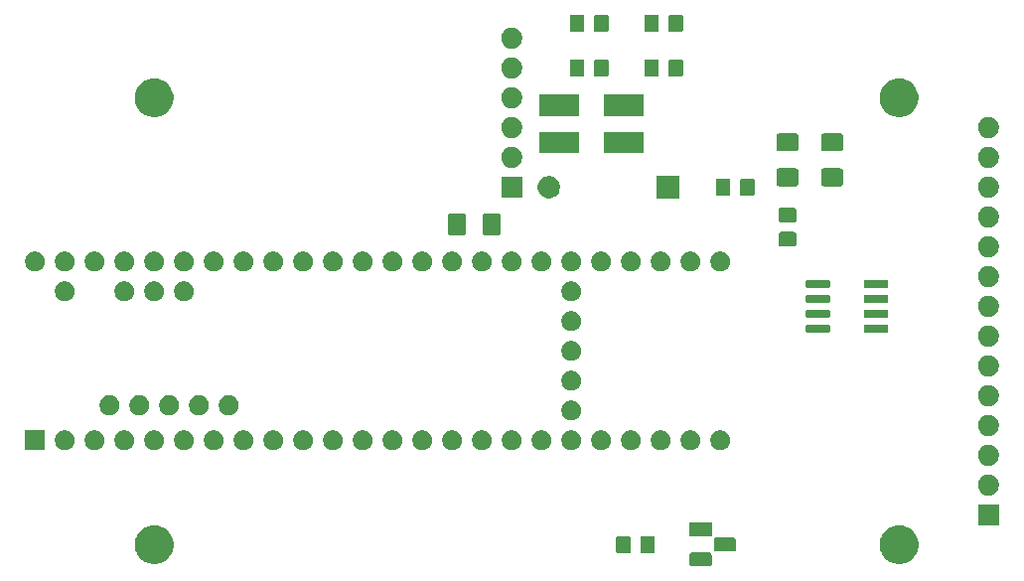
<source format=gbr>
G04 #@! TF.GenerationSoftware,KiCad,Pcbnew,(5.1.5)-3*
G04 #@! TF.CreationDate,2020-10-07T22:54:35-07:00*
G04 #@! TF.ProjectId,boostino,626f6f73-7469-46e6-9f2e-6b696361645f,rev?*
G04 #@! TF.SameCoordinates,Original*
G04 #@! TF.FileFunction,Soldermask,Top*
G04 #@! TF.FilePolarity,Negative*
%FSLAX46Y46*%
G04 Gerber Fmt 4.6, Leading zero omitted, Abs format (unit mm)*
G04 Created by KiCad (PCBNEW (5.1.5)-3) date 2020-10-07 22:54:35*
%MOMM*%
%LPD*%
G04 APERTURE LIST*
%ADD10C,0.100000*%
G04 APERTURE END LIST*
D10*
G36*
X169269315Y-128944166D02*
G01*
X169313843Y-128957674D01*
X169354892Y-128979615D01*
X169390864Y-129009136D01*
X169420385Y-129045108D01*
X169442326Y-129086157D01*
X169455834Y-129130685D01*
X169461000Y-129183140D01*
X169461000Y-129896860D01*
X169455834Y-129949315D01*
X169442326Y-129993843D01*
X169420385Y-130034892D01*
X169390864Y-130070864D01*
X169354892Y-130100385D01*
X169313843Y-130122326D01*
X169269315Y-130135834D01*
X169216860Y-130141000D01*
X167803140Y-130141000D01*
X167750685Y-130135834D01*
X167706157Y-130122326D01*
X167665108Y-130100385D01*
X167629136Y-130070864D01*
X167599615Y-130034892D01*
X167577674Y-129993843D01*
X167564166Y-129949315D01*
X167559000Y-129896860D01*
X167559000Y-129183140D01*
X167564166Y-129130685D01*
X167577674Y-129086157D01*
X167599615Y-129045108D01*
X167629136Y-129009136D01*
X167665108Y-128979615D01*
X167706157Y-128957674D01*
X167750685Y-128944166D01*
X167803140Y-128939000D01*
X169216860Y-128939000D01*
X169269315Y-128944166D01*
G37*
G36*
X185795256Y-126661298D02*
G01*
X185901579Y-126682447D01*
X186202042Y-126806903D01*
X186472451Y-126987585D01*
X186702415Y-127217549D01*
X186702416Y-127217551D01*
X186883098Y-127487960D01*
X186898121Y-127524230D01*
X187007553Y-127788421D01*
X187071000Y-128107391D01*
X187071000Y-128432609D01*
X187007553Y-128751579D01*
X186987138Y-128800864D01*
X186897805Y-129016535D01*
X186883097Y-129052042D01*
X186702415Y-129322451D01*
X186472451Y-129552415D01*
X186202042Y-129733097D01*
X185901579Y-129857553D01*
X185795256Y-129878702D01*
X185582611Y-129921000D01*
X185257389Y-129921000D01*
X185044744Y-129878702D01*
X184938421Y-129857553D01*
X184637958Y-129733097D01*
X184367549Y-129552415D01*
X184137585Y-129322451D01*
X183956903Y-129052042D01*
X183942196Y-129016535D01*
X183852862Y-128800864D01*
X183832447Y-128751579D01*
X183769000Y-128432609D01*
X183769000Y-128107391D01*
X183832447Y-127788421D01*
X183941879Y-127524230D01*
X183956902Y-127487960D01*
X184137584Y-127217551D01*
X184137585Y-127217549D01*
X184367549Y-126987585D01*
X184637958Y-126806903D01*
X184938421Y-126682447D01*
X185044744Y-126661298D01*
X185257389Y-126619000D01*
X185582611Y-126619000D01*
X185795256Y-126661298D01*
G37*
G36*
X122295256Y-126661298D02*
G01*
X122401579Y-126682447D01*
X122702042Y-126806903D01*
X122972451Y-126987585D01*
X123202415Y-127217549D01*
X123202416Y-127217551D01*
X123383098Y-127487960D01*
X123398121Y-127524230D01*
X123507553Y-127788421D01*
X123571000Y-128107391D01*
X123571000Y-128432609D01*
X123507553Y-128751579D01*
X123487138Y-128800864D01*
X123397805Y-129016535D01*
X123383097Y-129052042D01*
X123202415Y-129322451D01*
X122972451Y-129552415D01*
X122702042Y-129733097D01*
X122401579Y-129857553D01*
X122295256Y-129878702D01*
X122082611Y-129921000D01*
X121757389Y-129921000D01*
X121544744Y-129878702D01*
X121438421Y-129857553D01*
X121137958Y-129733097D01*
X120867549Y-129552415D01*
X120637585Y-129322451D01*
X120456903Y-129052042D01*
X120442196Y-129016535D01*
X120352862Y-128800864D01*
X120332447Y-128751579D01*
X120269000Y-128432609D01*
X120269000Y-128107391D01*
X120332447Y-127788421D01*
X120441879Y-127524230D01*
X120456902Y-127487960D01*
X120637584Y-127217551D01*
X120637585Y-127217549D01*
X120867549Y-126987585D01*
X121137958Y-126806903D01*
X121438421Y-126682447D01*
X121544744Y-126661298D01*
X121757389Y-126619000D01*
X122082611Y-126619000D01*
X122295256Y-126661298D01*
G37*
G36*
X162388674Y-127523465D02*
G01*
X162426367Y-127534899D01*
X162461103Y-127553466D01*
X162491548Y-127578452D01*
X162516534Y-127608897D01*
X162535101Y-127643633D01*
X162546535Y-127681326D01*
X162551000Y-127726661D01*
X162551000Y-128813339D01*
X162546535Y-128858674D01*
X162535101Y-128896367D01*
X162516534Y-128931103D01*
X162491548Y-128961548D01*
X162461103Y-128986534D01*
X162426367Y-129005101D01*
X162388674Y-129016535D01*
X162343339Y-129021000D01*
X161506661Y-129021000D01*
X161461326Y-129016535D01*
X161423633Y-129005101D01*
X161388897Y-128986534D01*
X161358452Y-128961548D01*
X161333466Y-128931103D01*
X161314899Y-128896367D01*
X161303465Y-128858674D01*
X161299000Y-128813339D01*
X161299000Y-127726661D01*
X161303465Y-127681326D01*
X161314899Y-127643633D01*
X161333466Y-127608897D01*
X161358452Y-127578452D01*
X161388897Y-127553466D01*
X161423633Y-127534899D01*
X161461326Y-127523465D01*
X161506661Y-127519000D01*
X162343339Y-127519000D01*
X162388674Y-127523465D01*
G37*
G36*
X164438674Y-127523465D02*
G01*
X164476367Y-127534899D01*
X164511103Y-127553466D01*
X164541548Y-127578452D01*
X164566534Y-127608897D01*
X164585101Y-127643633D01*
X164596535Y-127681326D01*
X164601000Y-127726661D01*
X164601000Y-128813339D01*
X164596535Y-128858674D01*
X164585101Y-128896367D01*
X164566534Y-128931103D01*
X164541548Y-128961548D01*
X164511103Y-128986534D01*
X164476367Y-129005101D01*
X164438674Y-129016535D01*
X164393339Y-129021000D01*
X163556661Y-129021000D01*
X163511326Y-129016535D01*
X163473633Y-129005101D01*
X163438897Y-128986534D01*
X163408452Y-128961548D01*
X163383466Y-128931103D01*
X163364899Y-128896367D01*
X163353465Y-128858674D01*
X163349000Y-128813339D01*
X163349000Y-127726661D01*
X163353465Y-127681326D01*
X163364899Y-127643633D01*
X163383466Y-127608897D01*
X163408452Y-127578452D01*
X163438897Y-127553466D01*
X163473633Y-127534899D01*
X163511326Y-127523465D01*
X163556661Y-127519000D01*
X164393339Y-127519000D01*
X164438674Y-127523465D01*
G37*
G36*
X171339315Y-127674166D02*
G01*
X171383843Y-127687674D01*
X171424892Y-127709615D01*
X171460864Y-127739136D01*
X171490385Y-127775108D01*
X171512326Y-127816157D01*
X171525834Y-127860685D01*
X171531000Y-127913140D01*
X171531000Y-128626860D01*
X171525834Y-128679315D01*
X171512326Y-128723843D01*
X171490385Y-128764892D01*
X171460864Y-128800864D01*
X171424892Y-128830385D01*
X171383843Y-128852326D01*
X171339315Y-128865834D01*
X171286860Y-128871000D01*
X169873140Y-128871000D01*
X169820685Y-128865834D01*
X169776157Y-128852326D01*
X169735108Y-128830385D01*
X169699136Y-128800864D01*
X169669615Y-128764892D01*
X169647674Y-128723843D01*
X169634166Y-128679315D01*
X169629000Y-128626860D01*
X169629000Y-127913140D01*
X169634166Y-127860685D01*
X169647675Y-127816153D01*
X169664368Y-127784923D01*
X169670417Y-127770320D01*
X169682624Y-127759256D01*
X169699136Y-127739136D01*
X169735108Y-127709615D01*
X169776157Y-127687674D01*
X169820685Y-127674166D01*
X169873140Y-127669000D01*
X171286860Y-127669000D01*
X171339315Y-127674166D01*
G37*
G36*
X169461000Y-127601000D02*
G01*
X167559000Y-127601000D01*
X167559000Y-126399000D01*
X169461000Y-126399000D01*
X169461000Y-127601000D01*
G37*
G36*
X193941000Y-126631000D02*
G01*
X192139000Y-126631000D01*
X192139000Y-124829000D01*
X193941000Y-124829000D01*
X193941000Y-126631000D01*
G37*
G36*
X193153512Y-122293927D02*
G01*
X193302812Y-122323624D01*
X193466784Y-122391544D01*
X193614354Y-122490147D01*
X193739853Y-122615646D01*
X193838456Y-122763216D01*
X193906376Y-122927188D01*
X193941000Y-123101259D01*
X193941000Y-123278741D01*
X193906376Y-123452812D01*
X193838456Y-123616784D01*
X193739853Y-123764354D01*
X193614354Y-123889853D01*
X193466784Y-123988456D01*
X193302812Y-124056376D01*
X193153512Y-124086073D01*
X193128742Y-124091000D01*
X192951258Y-124091000D01*
X192926488Y-124086073D01*
X192777188Y-124056376D01*
X192613216Y-123988456D01*
X192465646Y-123889853D01*
X192340147Y-123764354D01*
X192241544Y-123616784D01*
X192173624Y-123452812D01*
X192139000Y-123278741D01*
X192139000Y-123101259D01*
X192173624Y-122927188D01*
X192241544Y-122763216D01*
X192340147Y-122615646D01*
X192465646Y-122490147D01*
X192613216Y-122391544D01*
X192777188Y-122323624D01*
X192926488Y-122293927D01*
X192951258Y-122289000D01*
X193128742Y-122289000D01*
X193153512Y-122293927D01*
G37*
G36*
X193153512Y-119753927D02*
G01*
X193302812Y-119783624D01*
X193466784Y-119851544D01*
X193614354Y-119950147D01*
X193739853Y-120075646D01*
X193838456Y-120223216D01*
X193906376Y-120387188D01*
X193941000Y-120561259D01*
X193941000Y-120738741D01*
X193906376Y-120912812D01*
X193838456Y-121076784D01*
X193739853Y-121224354D01*
X193614354Y-121349853D01*
X193466784Y-121448456D01*
X193302812Y-121516376D01*
X193153512Y-121546073D01*
X193128742Y-121551000D01*
X192951258Y-121551000D01*
X192926488Y-121546073D01*
X192777188Y-121516376D01*
X192613216Y-121448456D01*
X192465646Y-121349853D01*
X192340147Y-121224354D01*
X192241544Y-121076784D01*
X192173624Y-120912812D01*
X192139000Y-120738741D01*
X192139000Y-120561259D01*
X192173624Y-120387188D01*
X192241544Y-120223216D01*
X192340147Y-120075646D01*
X192465646Y-119950147D01*
X192613216Y-119851544D01*
X192777188Y-119783624D01*
X192926488Y-119753927D01*
X192951258Y-119749000D01*
X193128742Y-119749000D01*
X193153512Y-119753927D01*
G37*
G36*
X147568228Y-118561703D02*
G01*
X147723100Y-118625853D01*
X147862481Y-118718985D01*
X147981015Y-118837519D01*
X148074147Y-118976900D01*
X148138297Y-119131772D01*
X148171000Y-119296184D01*
X148171000Y-119463816D01*
X148138297Y-119628228D01*
X148074147Y-119783100D01*
X147981015Y-119922481D01*
X147862481Y-120041015D01*
X147723100Y-120134147D01*
X147568228Y-120198297D01*
X147403816Y-120231000D01*
X147236184Y-120231000D01*
X147071772Y-120198297D01*
X146916900Y-120134147D01*
X146777519Y-120041015D01*
X146658985Y-119922481D01*
X146565853Y-119783100D01*
X146501703Y-119628228D01*
X146469000Y-119463816D01*
X146469000Y-119296184D01*
X146501703Y-119131772D01*
X146565853Y-118976900D01*
X146658985Y-118837519D01*
X146777519Y-118718985D01*
X146916900Y-118625853D01*
X147071772Y-118561703D01*
X147236184Y-118529000D01*
X147403816Y-118529000D01*
X147568228Y-118561703D01*
G37*
G36*
X132328228Y-118561703D02*
G01*
X132483100Y-118625853D01*
X132622481Y-118718985D01*
X132741015Y-118837519D01*
X132834147Y-118976900D01*
X132898297Y-119131772D01*
X132931000Y-119296184D01*
X132931000Y-119463816D01*
X132898297Y-119628228D01*
X132834147Y-119783100D01*
X132741015Y-119922481D01*
X132622481Y-120041015D01*
X132483100Y-120134147D01*
X132328228Y-120198297D01*
X132163816Y-120231000D01*
X131996184Y-120231000D01*
X131831772Y-120198297D01*
X131676900Y-120134147D01*
X131537519Y-120041015D01*
X131418985Y-119922481D01*
X131325853Y-119783100D01*
X131261703Y-119628228D01*
X131229000Y-119463816D01*
X131229000Y-119296184D01*
X131261703Y-119131772D01*
X131325853Y-118976900D01*
X131418985Y-118837519D01*
X131537519Y-118718985D01*
X131676900Y-118625853D01*
X131831772Y-118561703D01*
X131996184Y-118529000D01*
X132163816Y-118529000D01*
X132328228Y-118561703D01*
G37*
G36*
X145028228Y-118561703D02*
G01*
X145183100Y-118625853D01*
X145322481Y-118718985D01*
X145441015Y-118837519D01*
X145534147Y-118976900D01*
X145598297Y-119131772D01*
X145631000Y-119296184D01*
X145631000Y-119463816D01*
X145598297Y-119628228D01*
X145534147Y-119783100D01*
X145441015Y-119922481D01*
X145322481Y-120041015D01*
X145183100Y-120134147D01*
X145028228Y-120198297D01*
X144863816Y-120231000D01*
X144696184Y-120231000D01*
X144531772Y-120198297D01*
X144376900Y-120134147D01*
X144237519Y-120041015D01*
X144118985Y-119922481D01*
X144025853Y-119783100D01*
X143961703Y-119628228D01*
X143929000Y-119463816D01*
X143929000Y-119296184D01*
X143961703Y-119131772D01*
X144025853Y-118976900D01*
X144118985Y-118837519D01*
X144237519Y-118718985D01*
X144376900Y-118625853D01*
X144531772Y-118561703D01*
X144696184Y-118529000D01*
X144863816Y-118529000D01*
X145028228Y-118561703D01*
G37*
G36*
X162808228Y-118561703D02*
G01*
X162963100Y-118625853D01*
X163102481Y-118718985D01*
X163221015Y-118837519D01*
X163314147Y-118976900D01*
X163378297Y-119131772D01*
X163411000Y-119296184D01*
X163411000Y-119463816D01*
X163378297Y-119628228D01*
X163314147Y-119783100D01*
X163221015Y-119922481D01*
X163102481Y-120041015D01*
X162963100Y-120134147D01*
X162808228Y-120198297D01*
X162643816Y-120231000D01*
X162476184Y-120231000D01*
X162311772Y-120198297D01*
X162156900Y-120134147D01*
X162017519Y-120041015D01*
X161898985Y-119922481D01*
X161805853Y-119783100D01*
X161741703Y-119628228D01*
X161709000Y-119463816D01*
X161709000Y-119296184D01*
X161741703Y-119131772D01*
X161805853Y-118976900D01*
X161898985Y-118837519D01*
X162017519Y-118718985D01*
X162156900Y-118625853D01*
X162311772Y-118561703D01*
X162476184Y-118529000D01*
X162643816Y-118529000D01*
X162808228Y-118561703D01*
G37*
G36*
X165348228Y-118561703D02*
G01*
X165503100Y-118625853D01*
X165642481Y-118718985D01*
X165761015Y-118837519D01*
X165854147Y-118976900D01*
X165918297Y-119131772D01*
X165951000Y-119296184D01*
X165951000Y-119463816D01*
X165918297Y-119628228D01*
X165854147Y-119783100D01*
X165761015Y-119922481D01*
X165642481Y-120041015D01*
X165503100Y-120134147D01*
X165348228Y-120198297D01*
X165183816Y-120231000D01*
X165016184Y-120231000D01*
X164851772Y-120198297D01*
X164696900Y-120134147D01*
X164557519Y-120041015D01*
X164438985Y-119922481D01*
X164345853Y-119783100D01*
X164281703Y-119628228D01*
X164249000Y-119463816D01*
X164249000Y-119296184D01*
X164281703Y-119131772D01*
X164345853Y-118976900D01*
X164438985Y-118837519D01*
X164557519Y-118718985D01*
X164696900Y-118625853D01*
X164851772Y-118561703D01*
X165016184Y-118529000D01*
X165183816Y-118529000D01*
X165348228Y-118561703D01*
G37*
G36*
X127248228Y-118561703D02*
G01*
X127403100Y-118625853D01*
X127542481Y-118718985D01*
X127661015Y-118837519D01*
X127754147Y-118976900D01*
X127818297Y-119131772D01*
X127851000Y-119296184D01*
X127851000Y-119463816D01*
X127818297Y-119628228D01*
X127754147Y-119783100D01*
X127661015Y-119922481D01*
X127542481Y-120041015D01*
X127403100Y-120134147D01*
X127248228Y-120198297D01*
X127083816Y-120231000D01*
X126916184Y-120231000D01*
X126751772Y-120198297D01*
X126596900Y-120134147D01*
X126457519Y-120041015D01*
X126338985Y-119922481D01*
X126245853Y-119783100D01*
X126181703Y-119628228D01*
X126149000Y-119463816D01*
X126149000Y-119296184D01*
X126181703Y-119131772D01*
X126245853Y-118976900D01*
X126338985Y-118837519D01*
X126457519Y-118718985D01*
X126596900Y-118625853D01*
X126751772Y-118561703D01*
X126916184Y-118529000D01*
X127083816Y-118529000D01*
X127248228Y-118561703D01*
G37*
G36*
X170428228Y-118561703D02*
G01*
X170583100Y-118625853D01*
X170722481Y-118718985D01*
X170841015Y-118837519D01*
X170934147Y-118976900D01*
X170998297Y-119131772D01*
X171031000Y-119296184D01*
X171031000Y-119463816D01*
X170998297Y-119628228D01*
X170934147Y-119783100D01*
X170841015Y-119922481D01*
X170722481Y-120041015D01*
X170583100Y-120134147D01*
X170428228Y-120198297D01*
X170263816Y-120231000D01*
X170096184Y-120231000D01*
X169931772Y-120198297D01*
X169776900Y-120134147D01*
X169637519Y-120041015D01*
X169518985Y-119922481D01*
X169425853Y-119783100D01*
X169361703Y-119628228D01*
X169329000Y-119463816D01*
X169329000Y-119296184D01*
X169361703Y-119131772D01*
X169425853Y-118976900D01*
X169518985Y-118837519D01*
X169637519Y-118718985D01*
X169776900Y-118625853D01*
X169931772Y-118561703D01*
X170096184Y-118529000D01*
X170263816Y-118529000D01*
X170428228Y-118561703D01*
G37*
G36*
X142488228Y-118561703D02*
G01*
X142643100Y-118625853D01*
X142782481Y-118718985D01*
X142901015Y-118837519D01*
X142994147Y-118976900D01*
X143058297Y-119131772D01*
X143091000Y-119296184D01*
X143091000Y-119463816D01*
X143058297Y-119628228D01*
X142994147Y-119783100D01*
X142901015Y-119922481D01*
X142782481Y-120041015D01*
X142643100Y-120134147D01*
X142488228Y-120198297D01*
X142323816Y-120231000D01*
X142156184Y-120231000D01*
X141991772Y-120198297D01*
X141836900Y-120134147D01*
X141697519Y-120041015D01*
X141578985Y-119922481D01*
X141485853Y-119783100D01*
X141421703Y-119628228D01*
X141389000Y-119463816D01*
X141389000Y-119296184D01*
X141421703Y-119131772D01*
X141485853Y-118976900D01*
X141578985Y-118837519D01*
X141697519Y-118718985D01*
X141836900Y-118625853D01*
X141991772Y-118561703D01*
X142156184Y-118529000D01*
X142323816Y-118529000D01*
X142488228Y-118561703D01*
G37*
G36*
X139948228Y-118561703D02*
G01*
X140103100Y-118625853D01*
X140242481Y-118718985D01*
X140361015Y-118837519D01*
X140454147Y-118976900D01*
X140518297Y-119131772D01*
X140551000Y-119296184D01*
X140551000Y-119463816D01*
X140518297Y-119628228D01*
X140454147Y-119783100D01*
X140361015Y-119922481D01*
X140242481Y-120041015D01*
X140103100Y-120134147D01*
X139948228Y-120198297D01*
X139783816Y-120231000D01*
X139616184Y-120231000D01*
X139451772Y-120198297D01*
X139296900Y-120134147D01*
X139157519Y-120041015D01*
X139038985Y-119922481D01*
X138945853Y-119783100D01*
X138881703Y-119628228D01*
X138849000Y-119463816D01*
X138849000Y-119296184D01*
X138881703Y-119131772D01*
X138945853Y-118976900D01*
X139038985Y-118837519D01*
X139157519Y-118718985D01*
X139296900Y-118625853D01*
X139451772Y-118561703D01*
X139616184Y-118529000D01*
X139783816Y-118529000D01*
X139948228Y-118561703D01*
G37*
G36*
X137408228Y-118561703D02*
G01*
X137563100Y-118625853D01*
X137702481Y-118718985D01*
X137821015Y-118837519D01*
X137914147Y-118976900D01*
X137978297Y-119131772D01*
X138011000Y-119296184D01*
X138011000Y-119463816D01*
X137978297Y-119628228D01*
X137914147Y-119783100D01*
X137821015Y-119922481D01*
X137702481Y-120041015D01*
X137563100Y-120134147D01*
X137408228Y-120198297D01*
X137243816Y-120231000D01*
X137076184Y-120231000D01*
X136911772Y-120198297D01*
X136756900Y-120134147D01*
X136617519Y-120041015D01*
X136498985Y-119922481D01*
X136405853Y-119783100D01*
X136341703Y-119628228D01*
X136309000Y-119463816D01*
X136309000Y-119296184D01*
X136341703Y-119131772D01*
X136405853Y-118976900D01*
X136498985Y-118837519D01*
X136617519Y-118718985D01*
X136756900Y-118625853D01*
X136911772Y-118561703D01*
X137076184Y-118529000D01*
X137243816Y-118529000D01*
X137408228Y-118561703D01*
G37*
G36*
X134868228Y-118561703D02*
G01*
X135023100Y-118625853D01*
X135162481Y-118718985D01*
X135281015Y-118837519D01*
X135374147Y-118976900D01*
X135438297Y-119131772D01*
X135471000Y-119296184D01*
X135471000Y-119463816D01*
X135438297Y-119628228D01*
X135374147Y-119783100D01*
X135281015Y-119922481D01*
X135162481Y-120041015D01*
X135023100Y-120134147D01*
X134868228Y-120198297D01*
X134703816Y-120231000D01*
X134536184Y-120231000D01*
X134371772Y-120198297D01*
X134216900Y-120134147D01*
X134077519Y-120041015D01*
X133958985Y-119922481D01*
X133865853Y-119783100D01*
X133801703Y-119628228D01*
X133769000Y-119463816D01*
X133769000Y-119296184D01*
X133801703Y-119131772D01*
X133865853Y-118976900D01*
X133958985Y-118837519D01*
X134077519Y-118718985D01*
X134216900Y-118625853D01*
X134371772Y-118561703D01*
X134536184Y-118529000D01*
X134703816Y-118529000D01*
X134868228Y-118561703D01*
G37*
G36*
X129788228Y-118561703D02*
G01*
X129943100Y-118625853D01*
X130082481Y-118718985D01*
X130201015Y-118837519D01*
X130294147Y-118976900D01*
X130358297Y-119131772D01*
X130391000Y-119296184D01*
X130391000Y-119463816D01*
X130358297Y-119628228D01*
X130294147Y-119783100D01*
X130201015Y-119922481D01*
X130082481Y-120041015D01*
X129943100Y-120134147D01*
X129788228Y-120198297D01*
X129623816Y-120231000D01*
X129456184Y-120231000D01*
X129291772Y-120198297D01*
X129136900Y-120134147D01*
X128997519Y-120041015D01*
X128878985Y-119922481D01*
X128785853Y-119783100D01*
X128721703Y-119628228D01*
X128689000Y-119463816D01*
X128689000Y-119296184D01*
X128721703Y-119131772D01*
X128785853Y-118976900D01*
X128878985Y-118837519D01*
X128997519Y-118718985D01*
X129136900Y-118625853D01*
X129291772Y-118561703D01*
X129456184Y-118529000D01*
X129623816Y-118529000D01*
X129788228Y-118561703D01*
G37*
G36*
X112611000Y-120231000D02*
G01*
X110909000Y-120231000D01*
X110909000Y-118529000D01*
X112611000Y-118529000D01*
X112611000Y-120231000D01*
G37*
G36*
X150108228Y-118561703D02*
G01*
X150263100Y-118625853D01*
X150402481Y-118718985D01*
X150521015Y-118837519D01*
X150614147Y-118976900D01*
X150678297Y-119131772D01*
X150711000Y-119296184D01*
X150711000Y-119463816D01*
X150678297Y-119628228D01*
X150614147Y-119783100D01*
X150521015Y-119922481D01*
X150402481Y-120041015D01*
X150263100Y-120134147D01*
X150108228Y-120198297D01*
X149943816Y-120231000D01*
X149776184Y-120231000D01*
X149611772Y-120198297D01*
X149456900Y-120134147D01*
X149317519Y-120041015D01*
X149198985Y-119922481D01*
X149105853Y-119783100D01*
X149041703Y-119628228D01*
X149009000Y-119463816D01*
X149009000Y-119296184D01*
X149041703Y-119131772D01*
X149105853Y-118976900D01*
X149198985Y-118837519D01*
X149317519Y-118718985D01*
X149456900Y-118625853D01*
X149611772Y-118561703D01*
X149776184Y-118529000D01*
X149943816Y-118529000D01*
X150108228Y-118561703D01*
G37*
G36*
X152648228Y-118561703D02*
G01*
X152803100Y-118625853D01*
X152942481Y-118718985D01*
X153061015Y-118837519D01*
X153154147Y-118976900D01*
X153218297Y-119131772D01*
X153251000Y-119296184D01*
X153251000Y-119463816D01*
X153218297Y-119628228D01*
X153154147Y-119783100D01*
X153061015Y-119922481D01*
X152942481Y-120041015D01*
X152803100Y-120134147D01*
X152648228Y-120198297D01*
X152483816Y-120231000D01*
X152316184Y-120231000D01*
X152151772Y-120198297D01*
X151996900Y-120134147D01*
X151857519Y-120041015D01*
X151738985Y-119922481D01*
X151645853Y-119783100D01*
X151581703Y-119628228D01*
X151549000Y-119463816D01*
X151549000Y-119296184D01*
X151581703Y-119131772D01*
X151645853Y-118976900D01*
X151738985Y-118837519D01*
X151857519Y-118718985D01*
X151996900Y-118625853D01*
X152151772Y-118561703D01*
X152316184Y-118529000D01*
X152483816Y-118529000D01*
X152648228Y-118561703D01*
G37*
G36*
X114548228Y-118561703D02*
G01*
X114703100Y-118625853D01*
X114842481Y-118718985D01*
X114961015Y-118837519D01*
X115054147Y-118976900D01*
X115118297Y-119131772D01*
X115151000Y-119296184D01*
X115151000Y-119463816D01*
X115118297Y-119628228D01*
X115054147Y-119783100D01*
X114961015Y-119922481D01*
X114842481Y-120041015D01*
X114703100Y-120134147D01*
X114548228Y-120198297D01*
X114383816Y-120231000D01*
X114216184Y-120231000D01*
X114051772Y-120198297D01*
X113896900Y-120134147D01*
X113757519Y-120041015D01*
X113638985Y-119922481D01*
X113545853Y-119783100D01*
X113481703Y-119628228D01*
X113449000Y-119463816D01*
X113449000Y-119296184D01*
X113481703Y-119131772D01*
X113545853Y-118976900D01*
X113638985Y-118837519D01*
X113757519Y-118718985D01*
X113896900Y-118625853D01*
X114051772Y-118561703D01*
X114216184Y-118529000D01*
X114383816Y-118529000D01*
X114548228Y-118561703D01*
G37*
G36*
X117088228Y-118561703D02*
G01*
X117243100Y-118625853D01*
X117382481Y-118718985D01*
X117501015Y-118837519D01*
X117594147Y-118976900D01*
X117658297Y-119131772D01*
X117691000Y-119296184D01*
X117691000Y-119463816D01*
X117658297Y-119628228D01*
X117594147Y-119783100D01*
X117501015Y-119922481D01*
X117382481Y-120041015D01*
X117243100Y-120134147D01*
X117088228Y-120198297D01*
X116923816Y-120231000D01*
X116756184Y-120231000D01*
X116591772Y-120198297D01*
X116436900Y-120134147D01*
X116297519Y-120041015D01*
X116178985Y-119922481D01*
X116085853Y-119783100D01*
X116021703Y-119628228D01*
X115989000Y-119463816D01*
X115989000Y-119296184D01*
X116021703Y-119131772D01*
X116085853Y-118976900D01*
X116178985Y-118837519D01*
X116297519Y-118718985D01*
X116436900Y-118625853D01*
X116591772Y-118561703D01*
X116756184Y-118529000D01*
X116923816Y-118529000D01*
X117088228Y-118561703D01*
G37*
G36*
X119628228Y-118561703D02*
G01*
X119783100Y-118625853D01*
X119922481Y-118718985D01*
X120041015Y-118837519D01*
X120134147Y-118976900D01*
X120198297Y-119131772D01*
X120231000Y-119296184D01*
X120231000Y-119463816D01*
X120198297Y-119628228D01*
X120134147Y-119783100D01*
X120041015Y-119922481D01*
X119922481Y-120041015D01*
X119783100Y-120134147D01*
X119628228Y-120198297D01*
X119463816Y-120231000D01*
X119296184Y-120231000D01*
X119131772Y-120198297D01*
X118976900Y-120134147D01*
X118837519Y-120041015D01*
X118718985Y-119922481D01*
X118625853Y-119783100D01*
X118561703Y-119628228D01*
X118529000Y-119463816D01*
X118529000Y-119296184D01*
X118561703Y-119131772D01*
X118625853Y-118976900D01*
X118718985Y-118837519D01*
X118837519Y-118718985D01*
X118976900Y-118625853D01*
X119131772Y-118561703D01*
X119296184Y-118529000D01*
X119463816Y-118529000D01*
X119628228Y-118561703D01*
G37*
G36*
X122168228Y-118561703D02*
G01*
X122323100Y-118625853D01*
X122462481Y-118718985D01*
X122581015Y-118837519D01*
X122674147Y-118976900D01*
X122738297Y-119131772D01*
X122771000Y-119296184D01*
X122771000Y-119463816D01*
X122738297Y-119628228D01*
X122674147Y-119783100D01*
X122581015Y-119922481D01*
X122462481Y-120041015D01*
X122323100Y-120134147D01*
X122168228Y-120198297D01*
X122003816Y-120231000D01*
X121836184Y-120231000D01*
X121671772Y-120198297D01*
X121516900Y-120134147D01*
X121377519Y-120041015D01*
X121258985Y-119922481D01*
X121165853Y-119783100D01*
X121101703Y-119628228D01*
X121069000Y-119463816D01*
X121069000Y-119296184D01*
X121101703Y-119131772D01*
X121165853Y-118976900D01*
X121258985Y-118837519D01*
X121377519Y-118718985D01*
X121516900Y-118625853D01*
X121671772Y-118561703D01*
X121836184Y-118529000D01*
X122003816Y-118529000D01*
X122168228Y-118561703D01*
G37*
G36*
X124708228Y-118561703D02*
G01*
X124863100Y-118625853D01*
X125002481Y-118718985D01*
X125121015Y-118837519D01*
X125214147Y-118976900D01*
X125278297Y-119131772D01*
X125311000Y-119296184D01*
X125311000Y-119463816D01*
X125278297Y-119628228D01*
X125214147Y-119783100D01*
X125121015Y-119922481D01*
X125002481Y-120041015D01*
X124863100Y-120134147D01*
X124708228Y-120198297D01*
X124543816Y-120231000D01*
X124376184Y-120231000D01*
X124211772Y-120198297D01*
X124056900Y-120134147D01*
X123917519Y-120041015D01*
X123798985Y-119922481D01*
X123705853Y-119783100D01*
X123641703Y-119628228D01*
X123609000Y-119463816D01*
X123609000Y-119296184D01*
X123641703Y-119131772D01*
X123705853Y-118976900D01*
X123798985Y-118837519D01*
X123917519Y-118718985D01*
X124056900Y-118625853D01*
X124211772Y-118561703D01*
X124376184Y-118529000D01*
X124543816Y-118529000D01*
X124708228Y-118561703D01*
G37*
G36*
X167888228Y-118561703D02*
G01*
X168043100Y-118625853D01*
X168182481Y-118718985D01*
X168301015Y-118837519D01*
X168394147Y-118976900D01*
X168458297Y-119131772D01*
X168491000Y-119296184D01*
X168491000Y-119463816D01*
X168458297Y-119628228D01*
X168394147Y-119783100D01*
X168301015Y-119922481D01*
X168182481Y-120041015D01*
X168043100Y-120134147D01*
X167888228Y-120198297D01*
X167723816Y-120231000D01*
X167556184Y-120231000D01*
X167391772Y-120198297D01*
X167236900Y-120134147D01*
X167097519Y-120041015D01*
X166978985Y-119922481D01*
X166885853Y-119783100D01*
X166821703Y-119628228D01*
X166789000Y-119463816D01*
X166789000Y-119296184D01*
X166821703Y-119131772D01*
X166885853Y-118976900D01*
X166978985Y-118837519D01*
X167097519Y-118718985D01*
X167236900Y-118625853D01*
X167391772Y-118561703D01*
X167556184Y-118529000D01*
X167723816Y-118529000D01*
X167888228Y-118561703D01*
G37*
G36*
X155188228Y-118561703D02*
G01*
X155343100Y-118625853D01*
X155482481Y-118718985D01*
X155601015Y-118837519D01*
X155694147Y-118976900D01*
X155758297Y-119131772D01*
X155791000Y-119296184D01*
X155791000Y-119463816D01*
X155758297Y-119628228D01*
X155694147Y-119783100D01*
X155601015Y-119922481D01*
X155482481Y-120041015D01*
X155343100Y-120134147D01*
X155188228Y-120198297D01*
X155023816Y-120231000D01*
X154856184Y-120231000D01*
X154691772Y-120198297D01*
X154536900Y-120134147D01*
X154397519Y-120041015D01*
X154278985Y-119922481D01*
X154185853Y-119783100D01*
X154121703Y-119628228D01*
X154089000Y-119463816D01*
X154089000Y-119296184D01*
X154121703Y-119131772D01*
X154185853Y-118976900D01*
X154278985Y-118837519D01*
X154397519Y-118718985D01*
X154536900Y-118625853D01*
X154691772Y-118561703D01*
X154856184Y-118529000D01*
X155023816Y-118529000D01*
X155188228Y-118561703D01*
G37*
G36*
X157728228Y-118561703D02*
G01*
X157883100Y-118625853D01*
X158022481Y-118718985D01*
X158141015Y-118837519D01*
X158234147Y-118976900D01*
X158298297Y-119131772D01*
X158331000Y-119296184D01*
X158331000Y-119463816D01*
X158298297Y-119628228D01*
X158234147Y-119783100D01*
X158141015Y-119922481D01*
X158022481Y-120041015D01*
X157883100Y-120134147D01*
X157728228Y-120198297D01*
X157563816Y-120231000D01*
X157396184Y-120231000D01*
X157231772Y-120198297D01*
X157076900Y-120134147D01*
X156937519Y-120041015D01*
X156818985Y-119922481D01*
X156725853Y-119783100D01*
X156661703Y-119628228D01*
X156629000Y-119463816D01*
X156629000Y-119296184D01*
X156661703Y-119131772D01*
X156725853Y-118976900D01*
X156818985Y-118837519D01*
X156937519Y-118718985D01*
X157076900Y-118625853D01*
X157231772Y-118561703D01*
X157396184Y-118529000D01*
X157563816Y-118529000D01*
X157728228Y-118561703D01*
G37*
G36*
X160268228Y-118561703D02*
G01*
X160423100Y-118625853D01*
X160562481Y-118718985D01*
X160681015Y-118837519D01*
X160774147Y-118976900D01*
X160838297Y-119131772D01*
X160871000Y-119296184D01*
X160871000Y-119463816D01*
X160838297Y-119628228D01*
X160774147Y-119783100D01*
X160681015Y-119922481D01*
X160562481Y-120041015D01*
X160423100Y-120134147D01*
X160268228Y-120198297D01*
X160103816Y-120231000D01*
X159936184Y-120231000D01*
X159771772Y-120198297D01*
X159616900Y-120134147D01*
X159477519Y-120041015D01*
X159358985Y-119922481D01*
X159265853Y-119783100D01*
X159201703Y-119628228D01*
X159169000Y-119463816D01*
X159169000Y-119296184D01*
X159201703Y-119131772D01*
X159265853Y-118976900D01*
X159358985Y-118837519D01*
X159477519Y-118718985D01*
X159616900Y-118625853D01*
X159771772Y-118561703D01*
X159936184Y-118529000D01*
X160103816Y-118529000D01*
X160268228Y-118561703D01*
G37*
G36*
X193153512Y-117213927D02*
G01*
X193302812Y-117243624D01*
X193466784Y-117311544D01*
X193614354Y-117410147D01*
X193739853Y-117535646D01*
X193838456Y-117683216D01*
X193906376Y-117847188D01*
X193941000Y-118021259D01*
X193941000Y-118198741D01*
X193906376Y-118372812D01*
X193838456Y-118536784D01*
X193739853Y-118684354D01*
X193614354Y-118809853D01*
X193466784Y-118908456D01*
X193302812Y-118976376D01*
X193153512Y-119006073D01*
X193128742Y-119011000D01*
X192951258Y-119011000D01*
X192926488Y-119006073D01*
X192777188Y-118976376D01*
X192613216Y-118908456D01*
X192465646Y-118809853D01*
X192340147Y-118684354D01*
X192241544Y-118536784D01*
X192173624Y-118372812D01*
X192139000Y-118198741D01*
X192139000Y-118021259D01*
X192173624Y-117847188D01*
X192241544Y-117683216D01*
X192340147Y-117535646D01*
X192465646Y-117410147D01*
X192613216Y-117311544D01*
X192777188Y-117243624D01*
X192926488Y-117213927D01*
X192951258Y-117209000D01*
X193128742Y-117209000D01*
X193153512Y-117213927D01*
G37*
G36*
X157728228Y-116021703D02*
G01*
X157883100Y-116085853D01*
X158022481Y-116178985D01*
X158141015Y-116297519D01*
X158234147Y-116436900D01*
X158298297Y-116591772D01*
X158331000Y-116756184D01*
X158331000Y-116923816D01*
X158298297Y-117088228D01*
X158234147Y-117243100D01*
X158141015Y-117382481D01*
X158022481Y-117501015D01*
X157883100Y-117594147D01*
X157728228Y-117658297D01*
X157563816Y-117691000D01*
X157396184Y-117691000D01*
X157231772Y-117658297D01*
X157076900Y-117594147D01*
X156937519Y-117501015D01*
X156818985Y-117382481D01*
X156725853Y-117243100D01*
X156661703Y-117088228D01*
X156629000Y-116923816D01*
X156629000Y-116756184D01*
X156661703Y-116591772D01*
X156725853Y-116436900D01*
X156818985Y-116297519D01*
X156937519Y-116178985D01*
X157076900Y-116085853D01*
X157231772Y-116021703D01*
X157396184Y-115989000D01*
X157563816Y-115989000D01*
X157728228Y-116021703D01*
G37*
G36*
X128518228Y-115561703D02*
G01*
X128673100Y-115625853D01*
X128812481Y-115718985D01*
X128931015Y-115837519D01*
X129024147Y-115976900D01*
X129088297Y-116131772D01*
X129121000Y-116296184D01*
X129121000Y-116463816D01*
X129088297Y-116628228D01*
X129024147Y-116783100D01*
X128931015Y-116922481D01*
X128812481Y-117041015D01*
X128673100Y-117134147D01*
X128518228Y-117198297D01*
X128353816Y-117231000D01*
X128186184Y-117231000D01*
X128021772Y-117198297D01*
X127866900Y-117134147D01*
X127727519Y-117041015D01*
X127608985Y-116922481D01*
X127515853Y-116783100D01*
X127451703Y-116628228D01*
X127419000Y-116463816D01*
X127419000Y-116296184D01*
X127451703Y-116131772D01*
X127515853Y-115976900D01*
X127608985Y-115837519D01*
X127727519Y-115718985D01*
X127866900Y-115625853D01*
X128021772Y-115561703D01*
X128186184Y-115529000D01*
X128353816Y-115529000D01*
X128518228Y-115561703D01*
G37*
G36*
X125978228Y-115561703D02*
G01*
X126133100Y-115625853D01*
X126272481Y-115718985D01*
X126391015Y-115837519D01*
X126484147Y-115976900D01*
X126548297Y-116131772D01*
X126581000Y-116296184D01*
X126581000Y-116463816D01*
X126548297Y-116628228D01*
X126484147Y-116783100D01*
X126391015Y-116922481D01*
X126272481Y-117041015D01*
X126133100Y-117134147D01*
X125978228Y-117198297D01*
X125813816Y-117231000D01*
X125646184Y-117231000D01*
X125481772Y-117198297D01*
X125326900Y-117134147D01*
X125187519Y-117041015D01*
X125068985Y-116922481D01*
X124975853Y-116783100D01*
X124911703Y-116628228D01*
X124879000Y-116463816D01*
X124879000Y-116296184D01*
X124911703Y-116131772D01*
X124975853Y-115976900D01*
X125068985Y-115837519D01*
X125187519Y-115718985D01*
X125326900Y-115625853D01*
X125481772Y-115561703D01*
X125646184Y-115529000D01*
X125813816Y-115529000D01*
X125978228Y-115561703D01*
G37*
G36*
X123438228Y-115561703D02*
G01*
X123593100Y-115625853D01*
X123732481Y-115718985D01*
X123851015Y-115837519D01*
X123944147Y-115976900D01*
X124008297Y-116131772D01*
X124041000Y-116296184D01*
X124041000Y-116463816D01*
X124008297Y-116628228D01*
X123944147Y-116783100D01*
X123851015Y-116922481D01*
X123732481Y-117041015D01*
X123593100Y-117134147D01*
X123438228Y-117198297D01*
X123273816Y-117231000D01*
X123106184Y-117231000D01*
X122941772Y-117198297D01*
X122786900Y-117134147D01*
X122647519Y-117041015D01*
X122528985Y-116922481D01*
X122435853Y-116783100D01*
X122371703Y-116628228D01*
X122339000Y-116463816D01*
X122339000Y-116296184D01*
X122371703Y-116131772D01*
X122435853Y-115976900D01*
X122528985Y-115837519D01*
X122647519Y-115718985D01*
X122786900Y-115625853D01*
X122941772Y-115561703D01*
X123106184Y-115529000D01*
X123273816Y-115529000D01*
X123438228Y-115561703D01*
G37*
G36*
X120898228Y-115561703D02*
G01*
X121053100Y-115625853D01*
X121192481Y-115718985D01*
X121311015Y-115837519D01*
X121404147Y-115976900D01*
X121468297Y-116131772D01*
X121501000Y-116296184D01*
X121501000Y-116463816D01*
X121468297Y-116628228D01*
X121404147Y-116783100D01*
X121311015Y-116922481D01*
X121192481Y-117041015D01*
X121053100Y-117134147D01*
X120898228Y-117198297D01*
X120733816Y-117231000D01*
X120566184Y-117231000D01*
X120401772Y-117198297D01*
X120246900Y-117134147D01*
X120107519Y-117041015D01*
X119988985Y-116922481D01*
X119895853Y-116783100D01*
X119831703Y-116628228D01*
X119799000Y-116463816D01*
X119799000Y-116296184D01*
X119831703Y-116131772D01*
X119895853Y-115976900D01*
X119988985Y-115837519D01*
X120107519Y-115718985D01*
X120246900Y-115625853D01*
X120401772Y-115561703D01*
X120566184Y-115529000D01*
X120733816Y-115529000D01*
X120898228Y-115561703D01*
G37*
G36*
X118358228Y-115561703D02*
G01*
X118513100Y-115625853D01*
X118652481Y-115718985D01*
X118771015Y-115837519D01*
X118864147Y-115976900D01*
X118928297Y-116131772D01*
X118961000Y-116296184D01*
X118961000Y-116463816D01*
X118928297Y-116628228D01*
X118864147Y-116783100D01*
X118771015Y-116922481D01*
X118652481Y-117041015D01*
X118513100Y-117134147D01*
X118358228Y-117198297D01*
X118193816Y-117231000D01*
X118026184Y-117231000D01*
X117861772Y-117198297D01*
X117706900Y-117134147D01*
X117567519Y-117041015D01*
X117448985Y-116922481D01*
X117355853Y-116783100D01*
X117291703Y-116628228D01*
X117259000Y-116463816D01*
X117259000Y-116296184D01*
X117291703Y-116131772D01*
X117355853Y-115976900D01*
X117448985Y-115837519D01*
X117567519Y-115718985D01*
X117706900Y-115625853D01*
X117861772Y-115561703D01*
X118026184Y-115529000D01*
X118193816Y-115529000D01*
X118358228Y-115561703D01*
G37*
G36*
X193153512Y-114673927D02*
G01*
X193302812Y-114703624D01*
X193466784Y-114771544D01*
X193614354Y-114870147D01*
X193739853Y-114995646D01*
X193838456Y-115143216D01*
X193906376Y-115307188D01*
X193941000Y-115481259D01*
X193941000Y-115658741D01*
X193906376Y-115832812D01*
X193838456Y-115996784D01*
X193739853Y-116144354D01*
X193614354Y-116269853D01*
X193466784Y-116368456D01*
X193302812Y-116436376D01*
X193164863Y-116463815D01*
X193128742Y-116471000D01*
X192951258Y-116471000D01*
X192915137Y-116463815D01*
X192777188Y-116436376D01*
X192613216Y-116368456D01*
X192465646Y-116269853D01*
X192340147Y-116144354D01*
X192241544Y-115996784D01*
X192173624Y-115832812D01*
X192139000Y-115658741D01*
X192139000Y-115481259D01*
X192173624Y-115307188D01*
X192241544Y-115143216D01*
X192340147Y-114995646D01*
X192465646Y-114870147D01*
X192613216Y-114771544D01*
X192777188Y-114703624D01*
X192926488Y-114673927D01*
X192951258Y-114669000D01*
X193128742Y-114669000D01*
X193153512Y-114673927D01*
G37*
G36*
X157728228Y-113481703D02*
G01*
X157883100Y-113545853D01*
X158022481Y-113638985D01*
X158141015Y-113757519D01*
X158234147Y-113896900D01*
X158298297Y-114051772D01*
X158331000Y-114216184D01*
X158331000Y-114383816D01*
X158298297Y-114548228D01*
X158234147Y-114703100D01*
X158141015Y-114842481D01*
X158022481Y-114961015D01*
X157883100Y-115054147D01*
X157728228Y-115118297D01*
X157563816Y-115151000D01*
X157396184Y-115151000D01*
X157231772Y-115118297D01*
X157076900Y-115054147D01*
X156937519Y-114961015D01*
X156818985Y-114842481D01*
X156725853Y-114703100D01*
X156661703Y-114548228D01*
X156629000Y-114383816D01*
X156629000Y-114216184D01*
X156661703Y-114051772D01*
X156725853Y-113896900D01*
X156818985Y-113757519D01*
X156937519Y-113638985D01*
X157076900Y-113545853D01*
X157231772Y-113481703D01*
X157396184Y-113449000D01*
X157563816Y-113449000D01*
X157728228Y-113481703D01*
G37*
G36*
X193153512Y-112133927D02*
G01*
X193302812Y-112163624D01*
X193466784Y-112231544D01*
X193614354Y-112330147D01*
X193739853Y-112455646D01*
X193838456Y-112603216D01*
X193906376Y-112767188D01*
X193941000Y-112941259D01*
X193941000Y-113118741D01*
X193906376Y-113292812D01*
X193838456Y-113456784D01*
X193739853Y-113604354D01*
X193614354Y-113729853D01*
X193466784Y-113828456D01*
X193302812Y-113896376D01*
X193153512Y-113926073D01*
X193128742Y-113931000D01*
X192951258Y-113931000D01*
X192926488Y-113926073D01*
X192777188Y-113896376D01*
X192613216Y-113828456D01*
X192465646Y-113729853D01*
X192340147Y-113604354D01*
X192241544Y-113456784D01*
X192173624Y-113292812D01*
X192139000Y-113118741D01*
X192139000Y-112941259D01*
X192173624Y-112767188D01*
X192241544Y-112603216D01*
X192340147Y-112455646D01*
X192465646Y-112330147D01*
X192613216Y-112231544D01*
X192777188Y-112163624D01*
X192926488Y-112133927D01*
X192951258Y-112129000D01*
X193128742Y-112129000D01*
X193153512Y-112133927D01*
G37*
G36*
X157728228Y-110941703D02*
G01*
X157883100Y-111005853D01*
X158022481Y-111098985D01*
X158141015Y-111217519D01*
X158234147Y-111356900D01*
X158298297Y-111511772D01*
X158331000Y-111676184D01*
X158331000Y-111843816D01*
X158298297Y-112008228D01*
X158234147Y-112163100D01*
X158141015Y-112302481D01*
X158022481Y-112421015D01*
X157883100Y-112514147D01*
X157728228Y-112578297D01*
X157563816Y-112611000D01*
X157396184Y-112611000D01*
X157231772Y-112578297D01*
X157076900Y-112514147D01*
X156937519Y-112421015D01*
X156818985Y-112302481D01*
X156725853Y-112163100D01*
X156661703Y-112008228D01*
X156629000Y-111843816D01*
X156629000Y-111676184D01*
X156661703Y-111511772D01*
X156725853Y-111356900D01*
X156818985Y-111217519D01*
X156937519Y-111098985D01*
X157076900Y-111005853D01*
X157231772Y-110941703D01*
X157396184Y-110909000D01*
X157563816Y-110909000D01*
X157728228Y-110941703D01*
G37*
G36*
X193153512Y-109593927D02*
G01*
X193302812Y-109623624D01*
X193466784Y-109691544D01*
X193614354Y-109790147D01*
X193739853Y-109915646D01*
X193838456Y-110063216D01*
X193906376Y-110227188D01*
X193941000Y-110401259D01*
X193941000Y-110578741D01*
X193906376Y-110752812D01*
X193838456Y-110916784D01*
X193739853Y-111064354D01*
X193614354Y-111189853D01*
X193466784Y-111288456D01*
X193302812Y-111356376D01*
X193153512Y-111386073D01*
X193128742Y-111391000D01*
X192951258Y-111391000D01*
X192926488Y-111386073D01*
X192777188Y-111356376D01*
X192613216Y-111288456D01*
X192465646Y-111189853D01*
X192340147Y-111064354D01*
X192241544Y-110916784D01*
X192173624Y-110752812D01*
X192139000Y-110578741D01*
X192139000Y-110401259D01*
X192173624Y-110227188D01*
X192241544Y-110063216D01*
X192340147Y-109915646D01*
X192465646Y-109790147D01*
X192613216Y-109691544D01*
X192777188Y-109623624D01*
X192926488Y-109593927D01*
X192951258Y-109589000D01*
X193128742Y-109589000D01*
X193153512Y-109593927D01*
G37*
G36*
X184384928Y-109506764D02*
G01*
X184406009Y-109513160D01*
X184425445Y-109523548D01*
X184442476Y-109537524D01*
X184456452Y-109554555D01*
X184466840Y-109573991D01*
X184473236Y-109595072D01*
X184476000Y-109623140D01*
X184476000Y-110086860D01*
X184473236Y-110114928D01*
X184466840Y-110136009D01*
X184456452Y-110155445D01*
X184442476Y-110172476D01*
X184425445Y-110186452D01*
X184406009Y-110196840D01*
X184384928Y-110203236D01*
X184356860Y-110206000D01*
X182543140Y-110206000D01*
X182515072Y-110203236D01*
X182493991Y-110196840D01*
X182474555Y-110186452D01*
X182457524Y-110172476D01*
X182443548Y-110155445D01*
X182433160Y-110136009D01*
X182426764Y-110114928D01*
X182424000Y-110086860D01*
X182424000Y-109623140D01*
X182426764Y-109595072D01*
X182433160Y-109573991D01*
X182443548Y-109554555D01*
X182457524Y-109537524D01*
X182474555Y-109523548D01*
X182493991Y-109513160D01*
X182515072Y-109506764D01*
X182543140Y-109504000D01*
X184356860Y-109504000D01*
X184384928Y-109506764D01*
G37*
G36*
X179434928Y-109506764D02*
G01*
X179456009Y-109513160D01*
X179475445Y-109523548D01*
X179492476Y-109537524D01*
X179506452Y-109554555D01*
X179516840Y-109573991D01*
X179523236Y-109595072D01*
X179526000Y-109623140D01*
X179526000Y-110086860D01*
X179523236Y-110114928D01*
X179516840Y-110136009D01*
X179506452Y-110155445D01*
X179492476Y-110172476D01*
X179475445Y-110186452D01*
X179456009Y-110196840D01*
X179434928Y-110203236D01*
X179406860Y-110206000D01*
X177593140Y-110206000D01*
X177565072Y-110203236D01*
X177543991Y-110196840D01*
X177524555Y-110186452D01*
X177507524Y-110172476D01*
X177493548Y-110155445D01*
X177483160Y-110136009D01*
X177476764Y-110114928D01*
X177474000Y-110086860D01*
X177474000Y-109623140D01*
X177476764Y-109595072D01*
X177483160Y-109573991D01*
X177493548Y-109554555D01*
X177507524Y-109537524D01*
X177524555Y-109523548D01*
X177543991Y-109513160D01*
X177565072Y-109506764D01*
X177593140Y-109504000D01*
X179406860Y-109504000D01*
X179434928Y-109506764D01*
G37*
G36*
X157728228Y-108401703D02*
G01*
X157883100Y-108465853D01*
X158022481Y-108558985D01*
X158141015Y-108677519D01*
X158234147Y-108816900D01*
X158298297Y-108971772D01*
X158331000Y-109136184D01*
X158331000Y-109303816D01*
X158298297Y-109468228D01*
X158234147Y-109623100D01*
X158141015Y-109762481D01*
X158022481Y-109881015D01*
X157883100Y-109974147D01*
X157728228Y-110038297D01*
X157563816Y-110071000D01*
X157396184Y-110071000D01*
X157231772Y-110038297D01*
X157076900Y-109974147D01*
X156937519Y-109881015D01*
X156818985Y-109762481D01*
X156725853Y-109623100D01*
X156661703Y-109468228D01*
X156629000Y-109303816D01*
X156629000Y-109136184D01*
X156661703Y-108971772D01*
X156725853Y-108816900D01*
X156818985Y-108677519D01*
X156937519Y-108558985D01*
X157076900Y-108465853D01*
X157231772Y-108401703D01*
X157396184Y-108369000D01*
X157563816Y-108369000D01*
X157728228Y-108401703D01*
G37*
G36*
X184384928Y-108236764D02*
G01*
X184406009Y-108243160D01*
X184425445Y-108253548D01*
X184442476Y-108267524D01*
X184456452Y-108284555D01*
X184466840Y-108303991D01*
X184473236Y-108325072D01*
X184476000Y-108353140D01*
X184476000Y-108816860D01*
X184473236Y-108844928D01*
X184466840Y-108866009D01*
X184456452Y-108885445D01*
X184442476Y-108902476D01*
X184425445Y-108916452D01*
X184406009Y-108926840D01*
X184384928Y-108933236D01*
X184356860Y-108936000D01*
X182543140Y-108936000D01*
X182515072Y-108933236D01*
X182493991Y-108926840D01*
X182474555Y-108916452D01*
X182457524Y-108902476D01*
X182443548Y-108885445D01*
X182433160Y-108866009D01*
X182426764Y-108844928D01*
X182424000Y-108816860D01*
X182424000Y-108353140D01*
X182426764Y-108325072D01*
X182433160Y-108303991D01*
X182443548Y-108284555D01*
X182457524Y-108267524D01*
X182474555Y-108253548D01*
X182493991Y-108243160D01*
X182515072Y-108236764D01*
X182543140Y-108234000D01*
X184356860Y-108234000D01*
X184384928Y-108236764D01*
G37*
G36*
X179434928Y-108236764D02*
G01*
X179456009Y-108243160D01*
X179475445Y-108253548D01*
X179492476Y-108267524D01*
X179506452Y-108284555D01*
X179516840Y-108303991D01*
X179523236Y-108325072D01*
X179526000Y-108353140D01*
X179526000Y-108816860D01*
X179523236Y-108844928D01*
X179516840Y-108866009D01*
X179506452Y-108885445D01*
X179492476Y-108902476D01*
X179475445Y-108916452D01*
X179456009Y-108926840D01*
X179434928Y-108933236D01*
X179406860Y-108936000D01*
X177593140Y-108936000D01*
X177565072Y-108933236D01*
X177543991Y-108926840D01*
X177524555Y-108916452D01*
X177507524Y-108902476D01*
X177493548Y-108885445D01*
X177483160Y-108866009D01*
X177476764Y-108844928D01*
X177474000Y-108816860D01*
X177474000Y-108353140D01*
X177476764Y-108325072D01*
X177483160Y-108303991D01*
X177493548Y-108284555D01*
X177507524Y-108267524D01*
X177524555Y-108253548D01*
X177543991Y-108243160D01*
X177565072Y-108236764D01*
X177593140Y-108234000D01*
X179406860Y-108234000D01*
X179434928Y-108236764D01*
G37*
G36*
X193153512Y-107053927D02*
G01*
X193302812Y-107083624D01*
X193466784Y-107151544D01*
X193614354Y-107250147D01*
X193739853Y-107375646D01*
X193838456Y-107523216D01*
X193906376Y-107687188D01*
X193941000Y-107861259D01*
X193941000Y-108038741D01*
X193906376Y-108212812D01*
X193838456Y-108376784D01*
X193739853Y-108524354D01*
X193614354Y-108649853D01*
X193466784Y-108748456D01*
X193302812Y-108816376D01*
X193159268Y-108844928D01*
X193128742Y-108851000D01*
X192951258Y-108851000D01*
X192920732Y-108844928D01*
X192777188Y-108816376D01*
X192613216Y-108748456D01*
X192465646Y-108649853D01*
X192340147Y-108524354D01*
X192241544Y-108376784D01*
X192173624Y-108212812D01*
X192139000Y-108038741D01*
X192139000Y-107861259D01*
X192173624Y-107687188D01*
X192241544Y-107523216D01*
X192340147Y-107375646D01*
X192465646Y-107250147D01*
X192613216Y-107151544D01*
X192777188Y-107083624D01*
X192926488Y-107053927D01*
X192951258Y-107049000D01*
X193128742Y-107049000D01*
X193153512Y-107053927D01*
G37*
G36*
X179434928Y-106966764D02*
G01*
X179456009Y-106973160D01*
X179475445Y-106983548D01*
X179492476Y-106997524D01*
X179506452Y-107014555D01*
X179516840Y-107033991D01*
X179523236Y-107055072D01*
X179526000Y-107083140D01*
X179526000Y-107546860D01*
X179523236Y-107574928D01*
X179516840Y-107596009D01*
X179506452Y-107615445D01*
X179492476Y-107632476D01*
X179475445Y-107646452D01*
X179456009Y-107656840D01*
X179434928Y-107663236D01*
X179406860Y-107666000D01*
X177593140Y-107666000D01*
X177565072Y-107663236D01*
X177543991Y-107656840D01*
X177524555Y-107646452D01*
X177507524Y-107632476D01*
X177493548Y-107615445D01*
X177483160Y-107596009D01*
X177476764Y-107574928D01*
X177474000Y-107546860D01*
X177474000Y-107083140D01*
X177476764Y-107055072D01*
X177483160Y-107033991D01*
X177493548Y-107014555D01*
X177507524Y-106997524D01*
X177524555Y-106983548D01*
X177543991Y-106973160D01*
X177565072Y-106966764D01*
X177593140Y-106964000D01*
X179406860Y-106964000D01*
X179434928Y-106966764D01*
G37*
G36*
X184384928Y-106966764D02*
G01*
X184406009Y-106973160D01*
X184425445Y-106983548D01*
X184442476Y-106997524D01*
X184456452Y-107014555D01*
X184466840Y-107033991D01*
X184473236Y-107055072D01*
X184476000Y-107083140D01*
X184476000Y-107546860D01*
X184473236Y-107574928D01*
X184466840Y-107596009D01*
X184456452Y-107615445D01*
X184442476Y-107632476D01*
X184425445Y-107646452D01*
X184406009Y-107656840D01*
X184384928Y-107663236D01*
X184356860Y-107666000D01*
X182543140Y-107666000D01*
X182515072Y-107663236D01*
X182493991Y-107656840D01*
X182474555Y-107646452D01*
X182457524Y-107632476D01*
X182443548Y-107615445D01*
X182433160Y-107596009D01*
X182426764Y-107574928D01*
X182424000Y-107546860D01*
X182424000Y-107083140D01*
X182426764Y-107055072D01*
X182433160Y-107033991D01*
X182443548Y-107014555D01*
X182457524Y-106997524D01*
X182474555Y-106983548D01*
X182493991Y-106973160D01*
X182515072Y-106966764D01*
X182543140Y-106964000D01*
X184356860Y-106964000D01*
X184384928Y-106966764D01*
G37*
G36*
X119628228Y-105861703D02*
G01*
X119783100Y-105925853D01*
X119922481Y-106018985D01*
X120041015Y-106137519D01*
X120134147Y-106276900D01*
X120198297Y-106431772D01*
X120231000Y-106596184D01*
X120231000Y-106763816D01*
X120198297Y-106928228D01*
X120134147Y-107083100D01*
X120041015Y-107222481D01*
X119922481Y-107341015D01*
X119783100Y-107434147D01*
X119628228Y-107498297D01*
X119463816Y-107531000D01*
X119296184Y-107531000D01*
X119131772Y-107498297D01*
X118976900Y-107434147D01*
X118837519Y-107341015D01*
X118718985Y-107222481D01*
X118625853Y-107083100D01*
X118561703Y-106928228D01*
X118529000Y-106763816D01*
X118529000Y-106596184D01*
X118561703Y-106431772D01*
X118625853Y-106276900D01*
X118718985Y-106137519D01*
X118837519Y-106018985D01*
X118976900Y-105925853D01*
X119131772Y-105861703D01*
X119296184Y-105829000D01*
X119463816Y-105829000D01*
X119628228Y-105861703D01*
G37*
G36*
X157728228Y-105861703D02*
G01*
X157883100Y-105925853D01*
X158022481Y-106018985D01*
X158141015Y-106137519D01*
X158234147Y-106276900D01*
X158298297Y-106431772D01*
X158331000Y-106596184D01*
X158331000Y-106763816D01*
X158298297Y-106928228D01*
X158234147Y-107083100D01*
X158141015Y-107222481D01*
X158022481Y-107341015D01*
X157883100Y-107434147D01*
X157728228Y-107498297D01*
X157563816Y-107531000D01*
X157396184Y-107531000D01*
X157231772Y-107498297D01*
X157076900Y-107434147D01*
X156937519Y-107341015D01*
X156818985Y-107222481D01*
X156725853Y-107083100D01*
X156661703Y-106928228D01*
X156629000Y-106763816D01*
X156629000Y-106596184D01*
X156661703Y-106431772D01*
X156725853Y-106276900D01*
X156818985Y-106137519D01*
X156937519Y-106018985D01*
X157076900Y-105925853D01*
X157231772Y-105861703D01*
X157396184Y-105829000D01*
X157563816Y-105829000D01*
X157728228Y-105861703D01*
G37*
G36*
X124708228Y-105861703D02*
G01*
X124863100Y-105925853D01*
X125002481Y-106018985D01*
X125121015Y-106137519D01*
X125214147Y-106276900D01*
X125278297Y-106431772D01*
X125311000Y-106596184D01*
X125311000Y-106763816D01*
X125278297Y-106928228D01*
X125214147Y-107083100D01*
X125121015Y-107222481D01*
X125002481Y-107341015D01*
X124863100Y-107434147D01*
X124708228Y-107498297D01*
X124543816Y-107531000D01*
X124376184Y-107531000D01*
X124211772Y-107498297D01*
X124056900Y-107434147D01*
X123917519Y-107341015D01*
X123798985Y-107222481D01*
X123705853Y-107083100D01*
X123641703Y-106928228D01*
X123609000Y-106763816D01*
X123609000Y-106596184D01*
X123641703Y-106431772D01*
X123705853Y-106276900D01*
X123798985Y-106137519D01*
X123917519Y-106018985D01*
X124056900Y-105925853D01*
X124211772Y-105861703D01*
X124376184Y-105829000D01*
X124543816Y-105829000D01*
X124708228Y-105861703D01*
G37*
G36*
X122168228Y-105861703D02*
G01*
X122323100Y-105925853D01*
X122462481Y-106018985D01*
X122581015Y-106137519D01*
X122674147Y-106276900D01*
X122738297Y-106431772D01*
X122771000Y-106596184D01*
X122771000Y-106763816D01*
X122738297Y-106928228D01*
X122674147Y-107083100D01*
X122581015Y-107222481D01*
X122462481Y-107341015D01*
X122323100Y-107434147D01*
X122168228Y-107498297D01*
X122003816Y-107531000D01*
X121836184Y-107531000D01*
X121671772Y-107498297D01*
X121516900Y-107434147D01*
X121377519Y-107341015D01*
X121258985Y-107222481D01*
X121165853Y-107083100D01*
X121101703Y-106928228D01*
X121069000Y-106763816D01*
X121069000Y-106596184D01*
X121101703Y-106431772D01*
X121165853Y-106276900D01*
X121258985Y-106137519D01*
X121377519Y-106018985D01*
X121516900Y-105925853D01*
X121671772Y-105861703D01*
X121836184Y-105829000D01*
X122003816Y-105829000D01*
X122168228Y-105861703D01*
G37*
G36*
X114548228Y-105861703D02*
G01*
X114703100Y-105925853D01*
X114842481Y-106018985D01*
X114961015Y-106137519D01*
X115054147Y-106276900D01*
X115118297Y-106431772D01*
X115151000Y-106596184D01*
X115151000Y-106763816D01*
X115118297Y-106928228D01*
X115054147Y-107083100D01*
X114961015Y-107222481D01*
X114842481Y-107341015D01*
X114703100Y-107434147D01*
X114548228Y-107498297D01*
X114383816Y-107531000D01*
X114216184Y-107531000D01*
X114051772Y-107498297D01*
X113896900Y-107434147D01*
X113757519Y-107341015D01*
X113638985Y-107222481D01*
X113545853Y-107083100D01*
X113481703Y-106928228D01*
X113449000Y-106763816D01*
X113449000Y-106596184D01*
X113481703Y-106431772D01*
X113545853Y-106276900D01*
X113638985Y-106137519D01*
X113757519Y-106018985D01*
X113896900Y-105925853D01*
X114051772Y-105861703D01*
X114216184Y-105829000D01*
X114383816Y-105829000D01*
X114548228Y-105861703D01*
G37*
G36*
X179434928Y-105696764D02*
G01*
X179456009Y-105703160D01*
X179475445Y-105713548D01*
X179492476Y-105727524D01*
X179506452Y-105744555D01*
X179516840Y-105763991D01*
X179523236Y-105785072D01*
X179526000Y-105813140D01*
X179526000Y-106276860D01*
X179523236Y-106304928D01*
X179516840Y-106326009D01*
X179506452Y-106345445D01*
X179492476Y-106362476D01*
X179475445Y-106376452D01*
X179456009Y-106386840D01*
X179434928Y-106393236D01*
X179406860Y-106396000D01*
X177593140Y-106396000D01*
X177565072Y-106393236D01*
X177543991Y-106386840D01*
X177524555Y-106376452D01*
X177507524Y-106362476D01*
X177493548Y-106345445D01*
X177483160Y-106326009D01*
X177476764Y-106304928D01*
X177474000Y-106276860D01*
X177474000Y-105813140D01*
X177476764Y-105785072D01*
X177483160Y-105763991D01*
X177493548Y-105744555D01*
X177507524Y-105727524D01*
X177524555Y-105713548D01*
X177543991Y-105703160D01*
X177565072Y-105696764D01*
X177593140Y-105694000D01*
X179406860Y-105694000D01*
X179434928Y-105696764D01*
G37*
G36*
X184384928Y-105696764D02*
G01*
X184406009Y-105703160D01*
X184425445Y-105713548D01*
X184442476Y-105727524D01*
X184456452Y-105744555D01*
X184466840Y-105763991D01*
X184473236Y-105785072D01*
X184476000Y-105813140D01*
X184476000Y-106276860D01*
X184473236Y-106304928D01*
X184466840Y-106326009D01*
X184456452Y-106345445D01*
X184442476Y-106362476D01*
X184425445Y-106376452D01*
X184406009Y-106386840D01*
X184384928Y-106393236D01*
X184356860Y-106396000D01*
X182543140Y-106396000D01*
X182515072Y-106393236D01*
X182493991Y-106386840D01*
X182474555Y-106376452D01*
X182457524Y-106362476D01*
X182443548Y-106345445D01*
X182433160Y-106326009D01*
X182426764Y-106304928D01*
X182424000Y-106276860D01*
X182424000Y-105813140D01*
X182426764Y-105785072D01*
X182433160Y-105763991D01*
X182443548Y-105744555D01*
X182457524Y-105727524D01*
X182474555Y-105713548D01*
X182493991Y-105703160D01*
X182515072Y-105696764D01*
X182543140Y-105694000D01*
X184356860Y-105694000D01*
X184384928Y-105696764D01*
G37*
G36*
X193153512Y-104513927D02*
G01*
X193302812Y-104543624D01*
X193466784Y-104611544D01*
X193614354Y-104710147D01*
X193739853Y-104835646D01*
X193838456Y-104983216D01*
X193906376Y-105147188D01*
X193941000Y-105321259D01*
X193941000Y-105498741D01*
X193906376Y-105672812D01*
X193838456Y-105836784D01*
X193739853Y-105984354D01*
X193614354Y-106109853D01*
X193466784Y-106208456D01*
X193302812Y-106276376D01*
X193159268Y-106304928D01*
X193128742Y-106311000D01*
X192951258Y-106311000D01*
X192920732Y-106304928D01*
X192777188Y-106276376D01*
X192613216Y-106208456D01*
X192465646Y-106109853D01*
X192340147Y-105984354D01*
X192241544Y-105836784D01*
X192173624Y-105672812D01*
X192139000Y-105498741D01*
X192139000Y-105321259D01*
X192173624Y-105147188D01*
X192241544Y-104983216D01*
X192340147Y-104835646D01*
X192465646Y-104710147D01*
X192613216Y-104611544D01*
X192777188Y-104543624D01*
X192926488Y-104513927D01*
X192951258Y-104509000D01*
X193128742Y-104509000D01*
X193153512Y-104513927D01*
G37*
G36*
X137408228Y-103321703D02*
G01*
X137563100Y-103385853D01*
X137702481Y-103478985D01*
X137821015Y-103597519D01*
X137914147Y-103736900D01*
X137978297Y-103891772D01*
X138011000Y-104056184D01*
X138011000Y-104223816D01*
X137978297Y-104388228D01*
X137914147Y-104543100D01*
X137821015Y-104682481D01*
X137702481Y-104801015D01*
X137563100Y-104894147D01*
X137408228Y-104958297D01*
X137243816Y-104991000D01*
X137076184Y-104991000D01*
X136911772Y-104958297D01*
X136756900Y-104894147D01*
X136617519Y-104801015D01*
X136498985Y-104682481D01*
X136405853Y-104543100D01*
X136341703Y-104388228D01*
X136309000Y-104223816D01*
X136309000Y-104056184D01*
X136341703Y-103891772D01*
X136405853Y-103736900D01*
X136498985Y-103597519D01*
X136617519Y-103478985D01*
X136756900Y-103385853D01*
X136911772Y-103321703D01*
X137076184Y-103289000D01*
X137243816Y-103289000D01*
X137408228Y-103321703D01*
G37*
G36*
X147568228Y-103321703D02*
G01*
X147723100Y-103385853D01*
X147862481Y-103478985D01*
X147981015Y-103597519D01*
X148074147Y-103736900D01*
X148138297Y-103891772D01*
X148171000Y-104056184D01*
X148171000Y-104223816D01*
X148138297Y-104388228D01*
X148074147Y-104543100D01*
X147981015Y-104682481D01*
X147862481Y-104801015D01*
X147723100Y-104894147D01*
X147568228Y-104958297D01*
X147403816Y-104991000D01*
X147236184Y-104991000D01*
X147071772Y-104958297D01*
X146916900Y-104894147D01*
X146777519Y-104801015D01*
X146658985Y-104682481D01*
X146565853Y-104543100D01*
X146501703Y-104388228D01*
X146469000Y-104223816D01*
X146469000Y-104056184D01*
X146501703Y-103891772D01*
X146565853Y-103736900D01*
X146658985Y-103597519D01*
X146777519Y-103478985D01*
X146916900Y-103385853D01*
X147071772Y-103321703D01*
X147236184Y-103289000D01*
X147403816Y-103289000D01*
X147568228Y-103321703D01*
G37*
G36*
X157728228Y-103321703D02*
G01*
X157883100Y-103385853D01*
X158022481Y-103478985D01*
X158141015Y-103597519D01*
X158234147Y-103736900D01*
X158298297Y-103891772D01*
X158331000Y-104056184D01*
X158331000Y-104223816D01*
X158298297Y-104388228D01*
X158234147Y-104543100D01*
X158141015Y-104682481D01*
X158022481Y-104801015D01*
X157883100Y-104894147D01*
X157728228Y-104958297D01*
X157563816Y-104991000D01*
X157396184Y-104991000D01*
X157231772Y-104958297D01*
X157076900Y-104894147D01*
X156937519Y-104801015D01*
X156818985Y-104682481D01*
X156725853Y-104543100D01*
X156661703Y-104388228D01*
X156629000Y-104223816D01*
X156629000Y-104056184D01*
X156661703Y-103891772D01*
X156725853Y-103736900D01*
X156818985Y-103597519D01*
X156937519Y-103478985D01*
X157076900Y-103385853D01*
X157231772Y-103321703D01*
X157396184Y-103289000D01*
X157563816Y-103289000D01*
X157728228Y-103321703D01*
G37*
G36*
X162808228Y-103321703D02*
G01*
X162963100Y-103385853D01*
X163102481Y-103478985D01*
X163221015Y-103597519D01*
X163314147Y-103736900D01*
X163378297Y-103891772D01*
X163411000Y-104056184D01*
X163411000Y-104223816D01*
X163378297Y-104388228D01*
X163314147Y-104543100D01*
X163221015Y-104682481D01*
X163102481Y-104801015D01*
X162963100Y-104894147D01*
X162808228Y-104958297D01*
X162643816Y-104991000D01*
X162476184Y-104991000D01*
X162311772Y-104958297D01*
X162156900Y-104894147D01*
X162017519Y-104801015D01*
X161898985Y-104682481D01*
X161805853Y-104543100D01*
X161741703Y-104388228D01*
X161709000Y-104223816D01*
X161709000Y-104056184D01*
X161741703Y-103891772D01*
X161805853Y-103736900D01*
X161898985Y-103597519D01*
X162017519Y-103478985D01*
X162156900Y-103385853D01*
X162311772Y-103321703D01*
X162476184Y-103289000D01*
X162643816Y-103289000D01*
X162808228Y-103321703D01*
G37*
G36*
X165348228Y-103321703D02*
G01*
X165503100Y-103385853D01*
X165642481Y-103478985D01*
X165761015Y-103597519D01*
X165854147Y-103736900D01*
X165918297Y-103891772D01*
X165951000Y-104056184D01*
X165951000Y-104223816D01*
X165918297Y-104388228D01*
X165854147Y-104543100D01*
X165761015Y-104682481D01*
X165642481Y-104801015D01*
X165503100Y-104894147D01*
X165348228Y-104958297D01*
X165183816Y-104991000D01*
X165016184Y-104991000D01*
X164851772Y-104958297D01*
X164696900Y-104894147D01*
X164557519Y-104801015D01*
X164438985Y-104682481D01*
X164345853Y-104543100D01*
X164281703Y-104388228D01*
X164249000Y-104223816D01*
X164249000Y-104056184D01*
X164281703Y-103891772D01*
X164345853Y-103736900D01*
X164438985Y-103597519D01*
X164557519Y-103478985D01*
X164696900Y-103385853D01*
X164851772Y-103321703D01*
X165016184Y-103289000D01*
X165183816Y-103289000D01*
X165348228Y-103321703D01*
G37*
G36*
X167888228Y-103321703D02*
G01*
X168043100Y-103385853D01*
X168182481Y-103478985D01*
X168301015Y-103597519D01*
X168394147Y-103736900D01*
X168458297Y-103891772D01*
X168491000Y-104056184D01*
X168491000Y-104223816D01*
X168458297Y-104388228D01*
X168394147Y-104543100D01*
X168301015Y-104682481D01*
X168182481Y-104801015D01*
X168043100Y-104894147D01*
X167888228Y-104958297D01*
X167723816Y-104991000D01*
X167556184Y-104991000D01*
X167391772Y-104958297D01*
X167236900Y-104894147D01*
X167097519Y-104801015D01*
X166978985Y-104682481D01*
X166885853Y-104543100D01*
X166821703Y-104388228D01*
X166789000Y-104223816D01*
X166789000Y-104056184D01*
X166821703Y-103891772D01*
X166885853Y-103736900D01*
X166978985Y-103597519D01*
X167097519Y-103478985D01*
X167236900Y-103385853D01*
X167391772Y-103321703D01*
X167556184Y-103289000D01*
X167723816Y-103289000D01*
X167888228Y-103321703D01*
G37*
G36*
X170428228Y-103321703D02*
G01*
X170583100Y-103385853D01*
X170722481Y-103478985D01*
X170841015Y-103597519D01*
X170934147Y-103736900D01*
X170998297Y-103891772D01*
X171031000Y-104056184D01*
X171031000Y-104223816D01*
X170998297Y-104388228D01*
X170934147Y-104543100D01*
X170841015Y-104682481D01*
X170722481Y-104801015D01*
X170583100Y-104894147D01*
X170428228Y-104958297D01*
X170263816Y-104991000D01*
X170096184Y-104991000D01*
X169931772Y-104958297D01*
X169776900Y-104894147D01*
X169637519Y-104801015D01*
X169518985Y-104682481D01*
X169425853Y-104543100D01*
X169361703Y-104388228D01*
X169329000Y-104223816D01*
X169329000Y-104056184D01*
X169361703Y-103891772D01*
X169425853Y-103736900D01*
X169518985Y-103597519D01*
X169637519Y-103478985D01*
X169776900Y-103385853D01*
X169931772Y-103321703D01*
X170096184Y-103289000D01*
X170263816Y-103289000D01*
X170428228Y-103321703D01*
G37*
G36*
X160268228Y-103321703D02*
G01*
X160423100Y-103385853D01*
X160562481Y-103478985D01*
X160681015Y-103597519D01*
X160774147Y-103736900D01*
X160838297Y-103891772D01*
X160871000Y-104056184D01*
X160871000Y-104223816D01*
X160838297Y-104388228D01*
X160774147Y-104543100D01*
X160681015Y-104682481D01*
X160562481Y-104801015D01*
X160423100Y-104894147D01*
X160268228Y-104958297D01*
X160103816Y-104991000D01*
X159936184Y-104991000D01*
X159771772Y-104958297D01*
X159616900Y-104894147D01*
X159477519Y-104801015D01*
X159358985Y-104682481D01*
X159265853Y-104543100D01*
X159201703Y-104388228D01*
X159169000Y-104223816D01*
X159169000Y-104056184D01*
X159201703Y-103891772D01*
X159265853Y-103736900D01*
X159358985Y-103597519D01*
X159477519Y-103478985D01*
X159616900Y-103385853D01*
X159771772Y-103321703D01*
X159936184Y-103289000D01*
X160103816Y-103289000D01*
X160268228Y-103321703D01*
G37*
G36*
X132328228Y-103321703D02*
G01*
X132483100Y-103385853D01*
X132622481Y-103478985D01*
X132741015Y-103597519D01*
X132834147Y-103736900D01*
X132898297Y-103891772D01*
X132931000Y-104056184D01*
X132931000Y-104223816D01*
X132898297Y-104388228D01*
X132834147Y-104543100D01*
X132741015Y-104682481D01*
X132622481Y-104801015D01*
X132483100Y-104894147D01*
X132328228Y-104958297D01*
X132163816Y-104991000D01*
X131996184Y-104991000D01*
X131831772Y-104958297D01*
X131676900Y-104894147D01*
X131537519Y-104801015D01*
X131418985Y-104682481D01*
X131325853Y-104543100D01*
X131261703Y-104388228D01*
X131229000Y-104223816D01*
X131229000Y-104056184D01*
X131261703Y-103891772D01*
X131325853Y-103736900D01*
X131418985Y-103597519D01*
X131537519Y-103478985D01*
X131676900Y-103385853D01*
X131831772Y-103321703D01*
X131996184Y-103289000D01*
X132163816Y-103289000D01*
X132328228Y-103321703D01*
G37*
G36*
X134868228Y-103321703D02*
G01*
X135023100Y-103385853D01*
X135162481Y-103478985D01*
X135281015Y-103597519D01*
X135374147Y-103736900D01*
X135438297Y-103891772D01*
X135471000Y-104056184D01*
X135471000Y-104223816D01*
X135438297Y-104388228D01*
X135374147Y-104543100D01*
X135281015Y-104682481D01*
X135162481Y-104801015D01*
X135023100Y-104894147D01*
X134868228Y-104958297D01*
X134703816Y-104991000D01*
X134536184Y-104991000D01*
X134371772Y-104958297D01*
X134216900Y-104894147D01*
X134077519Y-104801015D01*
X133958985Y-104682481D01*
X133865853Y-104543100D01*
X133801703Y-104388228D01*
X133769000Y-104223816D01*
X133769000Y-104056184D01*
X133801703Y-103891772D01*
X133865853Y-103736900D01*
X133958985Y-103597519D01*
X134077519Y-103478985D01*
X134216900Y-103385853D01*
X134371772Y-103321703D01*
X134536184Y-103289000D01*
X134703816Y-103289000D01*
X134868228Y-103321703D01*
G37*
G36*
X139948228Y-103321703D02*
G01*
X140103100Y-103385853D01*
X140242481Y-103478985D01*
X140361015Y-103597519D01*
X140454147Y-103736900D01*
X140518297Y-103891772D01*
X140551000Y-104056184D01*
X140551000Y-104223816D01*
X140518297Y-104388228D01*
X140454147Y-104543100D01*
X140361015Y-104682481D01*
X140242481Y-104801015D01*
X140103100Y-104894147D01*
X139948228Y-104958297D01*
X139783816Y-104991000D01*
X139616184Y-104991000D01*
X139451772Y-104958297D01*
X139296900Y-104894147D01*
X139157519Y-104801015D01*
X139038985Y-104682481D01*
X138945853Y-104543100D01*
X138881703Y-104388228D01*
X138849000Y-104223816D01*
X138849000Y-104056184D01*
X138881703Y-103891772D01*
X138945853Y-103736900D01*
X139038985Y-103597519D01*
X139157519Y-103478985D01*
X139296900Y-103385853D01*
X139451772Y-103321703D01*
X139616184Y-103289000D01*
X139783816Y-103289000D01*
X139948228Y-103321703D01*
G37*
G36*
X142488228Y-103321703D02*
G01*
X142643100Y-103385853D01*
X142782481Y-103478985D01*
X142901015Y-103597519D01*
X142994147Y-103736900D01*
X143058297Y-103891772D01*
X143091000Y-104056184D01*
X143091000Y-104223816D01*
X143058297Y-104388228D01*
X142994147Y-104543100D01*
X142901015Y-104682481D01*
X142782481Y-104801015D01*
X142643100Y-104894147D01*
X142488228Y-104958297D01*
X142323816Y-104991000D01*
X142156184Y-104991000D01*
X141991772Y-104958297D01*
X141836900Y-104894147D01*
X141697519Y-104801015D01*
X141578985Y-104682481D01*
X141485853Y-104543100D01*
X141421703Y-104388228D01*
X141389000Y-104223816D01*
X141389000Y-104056184D01*
X141421703Y-103891772D01*
X141485853Y-103736900D01*
X141578985Y-103597519D01*
X141697519Y-103478985D01*
X141836900Y-103385853D01*
X141991772Y-103321703D01*
X142156184Y-103289000D01*
X142323816Y-103289000D01*
X142488228Y-103321703D01*
G37*
G36*
X127248228Y-103321703D02*
G01*
X127403100Y-103385853D01*
X127542481Y-103478985D01*
X127661015Y-103597519D01*
X127754147Y-103736900D01*
X127818297Y-103891772D01*
X127851000Y-104056184D01*
X127851000Y-104223816D01*
X127818297Y-104388228D01*
X127754147Y-104543100D01*
X127661015Y-104682481D01*
X127542481Y-104801015D01*
X127403100Y-104894147D01*
X127248228Y-104958297D01*
X127083816Y-104991000D01*
X126916184Y-104991000D01*
X126751772Y-104958297D01*
X126596900Y-104894147D01*
X126457519Y-104801015D01*
X126338985Y-104682481D01*
X126245853Y-104543100D01*
X126181703Y-104388228D01*
X126149000Y-104223816D01*
X126149000Y-104056184D01*
X126181703Y-103891772D01*
X126245853Y-103736900D01*
X126338985Y-103597519D01*
X126457519Y-103478985D01*
X126596900Y-103385853D01*
X126751772Y-103321703D01*
X126916184Y-103289000D01*
X127083816Y-103289000D01*
X127248228Y-103321703D01*
G37*
G36*
X155188228Y-103321703D02*
G01*
X155343100Y-103385853D01*
X155482481Y-103478985D01*
X155601015Y-103597519D01*
X155694147Y-103736900D01*
X155758297Y-103891772D01*
X155791000Y-104056184D01*
X155791000Y-104223816D01*
X155758297Y-104388228D01*
X155694147Y-104543100D01*
X155601015Y-104682481D01*
X155482481Y-104801015D01*
X155343100Y-104894147D01*
X155188228Y-104958297D01*
X155023816Y-104991000D01*
X154856184Y-104991000D01*
X154691772Y-104958297D01*
X154536900Y-104894147D01*
X154397519Y-104801015D01*
X154278985Y-104682481D01*
X154185853Y-104543100D01*
X154121703Y-104388228D01*
X154089000Y-104223816D01*
X154089000Y-104056184D01*
X154121703Y-103891772D01*
X154185853Y-103736900D01*
X154278985Y-103597519D01*
X154397519Y-103478985D01*
X154536900Y-103385853D01*
X154691772Y-103321703D01*
X154856184Y-103289000D01*
X155023816Y-103289000D01*
X155188228Y-103321703D01*
G37*
G36*
X152648228Y-103321703D02*
G01*
X152803100Y-103385853D01*
X152942481Y-103478985D01*
X153061015Y-103597519D01*
X153154147Y-103736900D01*
X153218297Y-103891772D01*
X153251000Y-104056184D01*
X153251000Y-104223816D01*
X153218297Y-104388228D01*
X153154147Y-104543100D01*
X153061015Y-104682481D01*
X152942481Y-104801015D01*
X152803100Y-104894147D01*
X152648228Y-104958297D01*
X152483816Y-104991000D01*
X152316184Y-104991000D01*
X152151772Y-104958297D01*
X151996900Y-104894147D01*
X151857519Y-104801015D01*
X151738985Y-104682481D01*
X151645853Y-104543100D01*
X151581703Y-104388228D01*
X151549000Y-104223816D01*
X151549000Y-104056184D01*
X151581703Y-103891772D01*
X151645853Y-103736900D01*
X151738985Y-103597519D01*
X151857519Y-103478985D01*
X151996900Y-103385853D01*
X152151772Y-103321703D01*
X152316184Y-103289000D01*
X152483816Y-103289000D01*
X152648228Y-103321703D01*
G37*
G36*
X129788228Y-103321703D02*
G01*
X129943100Y-103385853D01*
X130082481Y-103478985D01*
X130201015Y-103597519D01*
X130294147Y-103736900D01*
X130358297Y-103891772D01*
X130391000Y-104056184D01*
X130391000Y-104223816D01*
X130358297Y-104388228D01*
X130294147Y-104543100D01*
X130201015Y-104682481D01*
X130082481Y-104801015D01*
X129943100Y-104894147D01*
X129788228Y-104958297D01*
X129623816Y-104991000D01*
X129456184Y-104991000D01*
X129291772Y-104958297D01*
X129136900Y-104894147D01*
X128997519Y-104801015D01*
X128878985Y-104682481D01*
X128785853Y-104543100D01*
X128721703Y-104388228D01*
X128689000Y-104223816D01*
X128689000Y-104056184D01*
X128721703Y-103891772D01*
X128785853Y-103736900D01*
X128878985Y-103597519D01*
X128997519Y-103478985D01*
X129136900Y-103385853D01*
X129291772Y-103321703D01*
X129456184Y-103289000D01*
X129623816Y-103289000D01*
X129788228Y-103321703D01*
G37*
G36*
X145028228Y-103321703D02*
G01*
X145183100Y-103385853D01*
X145322481Y-103478985D01*
X145441015Y-103597519D01*
X145534147Y-103736900D01*
X145598297Y-103891772D01*
X145631000Y-104056184D01*
X145631000Y-104223816D01*
X145598297Y-104388228D01*
X145534147Y-104543100D01*
X145441015Y-104682481D01*
X145322481Y-104801015D01*
X145183100Y-104894147D01*
X145028228Y-104958297D01*
X144863816Y-104991000D01*
X144696184Y-104991000D01*
X144531772Y-104958297D01*
X144376900Y-104894147D01*
X144237519Y-104801015D01*
X144118985Y-104682481D01*
X144025853Y-104543100D01*
X143961703Y-104388228D01*
X143929000Y-104223816D01*
X143929000Y-104056184D01*
X143961703Y-103891772D01*
X144025853Y-103736900D01*
X144118985Y-103597519D01*
X144237519Y-103478985D01*
X144376900Y-103385853D01*
X144531772Y-103321703D01*
X144696184Y-103289000D01*
X144863816Y-103289000D01*
X145028228Y-103321703D01*
G37*
G36*
X124708228Y-103321703D02*
G01*
X124863100Y-103385853D01*
X125002481Y-103478985D01*
X125121015Y-103597519D01*
X125214147Y-103736900D01*
X125278297Y-103891772D01*
X125311000Y-104056184D01*
X125311000Y-104223816D01*
X125278297Y-104388228D01*
X125214147Y-104543100D01*
X125121015Y-104682481D01*
X125002481Y-104801015D01*
X124863100Y-104894147D01*
X124708228Y-104958297D01*
X124543816Y-104991000D01*
X124376184Y-104991000D01*
X124211772Y-104958297D01*
X124056900Y-104894147D01*
X123917519Y-104801015D01*
X123798985Y-104682481D01*
X123705853Y-104543100D01*
X123641703Y-104388228D01*
X123609000Y-104223816D01*
X123609000Y-104056184D01*
X123641703Y-103891772D01*
X123705853Y-103736900D01*
X123798985Y-103597519D01*
X123917519Y-103478985D01*
X124056900Y-103385853D01*
X124211772Y-103321703D01*
X124376184Y-103289000D01*
X124543816Y-103289000D01*
X124708228Y-103321703D01*
G37*
G36*
X122168228Y-103321703D02*
G01*
X122323100Y-103385853D01*
X122462481Y-103478985D01*
X122581015Y-103597519D01*
X122674147Y-103736900D01*
X122738297Y-103891772D01*
X122771000Y-104056184D01*
X122771000Y-104223816D01*
X122738297Y-104388228D01*
X122674147Y-104543100D01*
X122581015Y-104682481D01*
X122462481Y-104801015D01*
X122323100Y-104894147D01*
X122168228Y-104958297D01*
X122003816Y-104991000D01*
X121836184Y-104991000D01*
X121671772Y-104958297D01*
X121516900Y-104894147D01*
X121377519Y-104801015D01*
X121258985Y-104682481D01*
X121165853Y-104543100D01*
X121101703Y-104388228D01*
X121069000Y-104223816D01*
X121069000Y-104056184D01*
X121101703Y-103891772D01*
X121165853Y-103736900D01*
X121258985Y-103597519D01*
X121377519Y-103478985D01*
X121516900Y-103385853D01*
X121671772Y-103321703D01*
X121836184Y-103289000D01*
X122003816Y-103289000D01*
X122168228Y-103321703D01*
G37*
G36*
X119628228Y-103321703D02*
G01*
X119783100Y-103385853D01*
X119922481Y-103478985D01*
X120041015Y-103597519D01*
X120134147Y-103736900D01*
X120198297Y-103891772D01*
X120231000Y-104056184D01*
X120231000Y-104223816D01*
X120198297Y-104388228D01*
X120134147Y-104543100D01*
X120041015Y-104682481D01*
X119922481Y-104801015D01*
X119783100Y-104894147D01*
X119628228Y-104958297D01*
X119463816Y-104991000D01*
X119296184Y-104991000D01*
X119131772Y-104958297D01*
X118976900Y-104894147D01*
X118837519Y-104801015D01*
X118718985Y-104682481D01*
X118625853Y-104543100D01*
X118561703Y-104388228D01*
X118529000Y-104223816D01*
X118529000Y-104056184D01*
X118561703Y-103891772D01*
X118625853Y-103736900D01*
X118718985Y-103597519D01*
X118837519Y-103478985D01*
X118976900Y-103385853D01*
X119131772Y-103321703D01*
X119296184Y-103289000D01*
X119463816Y-103289000D01*
X119628228Y-103321703D01*
G37*
G36*
X117088228Y-103321703D02*
G01*
X117243100Y-103385853D01*
X117382481Y-103478985D01*
X117501015Y-103597519D01*
X117594147Y-103736900D01*
X117658297Y-103891772D01*
X117691000Y-104056184D01*
X117691000Y-104223816D01*
X117658297Y-104388228D01*
X117594147Y-104543100D01*
X117501015Y-104682481D01*
X117382481Y-104801015D01*
X117243100Y-104894147D01*
X117088228Y-104958297D01*
X116923816Y-104991000D01*
X116756184Y-104991000D01*
X116591772Y-104958297D01*
X116436900Y-104894147D01*
X116297519Y-104801015D01*
X116178985Y-104682481D01*
X116085853Y-104543100D01*
X116021703Y-104388228D01*
X115989000Y-104223816D01*
X115989000Y-104056184D01*
X116021703Y-103891772D01*
X116085853Y-103736900D01*
X116178985Y-103597519D01*
X116297519Y-103478985D01*
X116436900Y-103385853D01*
X116591772Y-103321703D01*
X116756184Y-103289000D01*
X116923816Y-103289000D01*
X117088228Y-103321703D01*
G37*
G36*
X114548228Y-103321703D02*
G01*
X114703100Y-103385853D01*
X114842481Y-103478985D01*
X114961015Y-103597519D01*
X115054147Y-103736900D01*
X115118297Y-103891772D01*
X115151000Y-104056184D01*
X115151000Y-104223816D01*
X115118297Y-104388228D01*
X115054147Y-104543100D01*
X114961015Y-104682481D01*
X114842481Y-104801015D01*
X114703100Y-104894147D01*
X114548228Y-104958297D01*
X114383816Y-104991000D01*
X114216184Y-104991000D01*
X114051772Y-104958297D01*
X113896900Y-104894147D01*
X113757519Y-104801015D01*
X113638985Y-104682481D01*
X113545853Y-104543100D01*
X113481703Y-104388228D01*
X113449000Y-104223816D01*
X113449000Y-104056184D01*
X113481703Y-103891772D01*
X113545853Y-103736900D01*
X113638985Y-103597519D01*
X113757519Y-103478985D01*
X113896900Y-103385853D01*
X114051772Y-103321703D01*
X114216184Y-103289000D01*
X114383816Y-103289000D01*
X114548228Y-103321703D01*
G37*
G36*
X112008228Y-103321703D02*
G01*
X112163100Y-103385853D01*
X112302481Y-103478985D01*
X112421015Y-103597519D01*
X112514147Y-103736900D01*
X112578297Y-103891772D01*
X112611000Y-104056184D01*
X112611000Y-104223816D01*
X112578297Y-104388228D01*
X112514147Y-104543100D01*
X112421015Y-104682481D01*
X112302481Y-104801015D01*
X112163100Y-104894147D01*
X112008228Y-104958297D01*
X111843816Y-104991000D01*
X111676184Y-104991000D01*
X111511772Y-104958297D01*
X111356900Y-104894147D01*
X111217519Y-104801015D01*
X111098985Y-104682481D01*
X111005853Y-104543100D01*
X110941703Y-104388228D01*
X110909000Y-104223816D01*
X110909000Y-104056184D01*
X110941703Y-103891772D01*
X111005853Y-103736900D01*
X111098985Y-103597519D01*
X111217519Y-103478985D01*
X111356900Y-103385853D01*
X111511772Y-103321703D01*
X111676184Y-103289000D01*
X111843816Y-103289000D01*
X112008228Y-103321703D01*
G37*
G36*
X150108228Y-103321703D02*
G01*
X150263100Y-103385853D01*
X150402481Y-103478985D01*
X150521015Y-103597519D01*
X150614147Y-103736900D01*
X150678297Y-103891772D01*
X150711000Y-104056184D01*
X150711000Y-104223816D01*
X150678297Y-104388228D01*
X150614147Y-104543100D01*
X150521015Y-104682481D01*
X150402481Y-104801015D01*
X150263100Y-104894147D01*
X150108228Y-104958297D01*
X149943816Y-104991000D01*
X149776184Y-104991000D01*
X149611772Y-104958297D01*
X149456900Y-104894147D01*
X149317519Y-104801015D01*
X149198985Y-104682481D01*
X149105853Y-104543100D01*
X149041703Y-104388228D01*
X149009000Y-104223816D01*
X149009000Y-104056184D01*
X149041703Y-103891772D01*
X149105853Y-103736900D01*
X149198985Y-103597519D01*
X149317519Y-103478985D01*
X149456900Y-103385853D01*
X149611772Y-103321703D01*
X149776184Y-103289000D01*
X149943816Y-103289000D01*
X150108228Y-103321703D01*
G37*
G36*
X193153512Y-101973927D02*
G01*
X193302812Y-102003624D01*
X193466784Y-102071544D01*
X193614354Y-102170147D01*
X193739853Y-102295646D01*
X193838456Y-102443216D01*
X193906376Y-102607188D01*
X193941000Y-102781259D01*
X193941000Y-102958741D01*
X193906376Y-103132812D01*
X193838456Y-103296784D01*
X193739853Y-103444354D01*
X193614354Y-103569853D01*
X193466784Y-103668456D01*
X193302812Y-103736376D01*
X193153512Y-103766073D01*
X193128742Y-103771000D01*
X192951258Y-103771000D01*
X192926488Y-103766073D01*
X192777188Y-103736376D01*
X192613216Y-103668456D01*
X192465646Y-103569853D01*
X192340147Y-103444354D01*
X192241544Y-103296784D01*
X192173624Y-103132812D01*
X192139000Y-102958741D01*
X192139000Y-102781259D01*
X192173624Y-102607188D01*
X192241544Y-102443216D01*
X192340147Y-102295646D01*
X192465646Y-102170147D01*
X192613216Y-102071544D01*
X192777188Y-102003624D01*
X192926488Y-101973927D01*
X192951258Y-101969000D01*
X193128742Y-101969000D01*
X193153512Y-101973927D01*
G37*
G36*
X176483674Y-101613465D02*
G01*
X176521367Y-101624899D01*
X176556103Y-101643466D01*
X176586548Y-101668452D01*
X176611534Y-101698897D01*
X176630101Y-101733633D01*
X176641535Y-101771326D01*
X176646000Y-101816661D01*
X176646000Y-102653339D01*
X176641535Y-102698674D01*
X176630101Y-102736367D01*
X176611534Y-102771103D01*
X176586548Y-102801548D01*
X176556103Y-102826534D01*
X176521367Y-102845101D01*
X176483674Y-102856535D01*
X176438339Y-102861000D01*
X175351661Y-102861000D01*
X175306326Y-102856535D01*
X175268633Y-102845101D01*
X175233897Y-102826534D01*
X175203452Y-102801548D01*
X175178466Y-102771103D01*
X175159899Y-102736367D01*
X175148465Y-102698674D01*
X175144000Y-102653339D01*
X175144000Y-101816661D01*
X175148465Y-101771326D01*
X175159899Y-101733633D01*
X175178466Y-101698897D01*
X175203452Y-101668452D01*
X175233897Y-101643466D01*
X175268633Y-101624899D01*
X175306326Y-101613465D01*
X175351661Y-101609000D01*
X176438339Y-101609000D01*
X176483674Y-101613465D01*
G37*
G36*
X148350562Y-100043181D02*
G01*
X148385481Y-100053774D01*
X148417663Y-100070976D01*
X148445873Y-100094127D01*
X148469024Y-100122337D01*
X148486226Y-100154519D01*
X148496819Y-100189438D01*
X148501000Y-100231895D01*
X148501000Y-101698105D01*
X148496819Y-101740562D01*
X148486226Y-101775481D01*
X148469024Y-101807663D01*
X148445873Y-101835873D01*
X148417663Y-101859024D01*
X148385481Y-101876226D01*
X148350562Y-101886819D01*
X148308105Y-101891000D01*
X147166895Y-101891000D01*
X147124438Y-101886819D01*
X147089519Y-101876226D01*
X147057337Y-101859024D01*
X147029127Y-101835873D01*
X147005976Y-101807663D01*
X146988774Y-101775481D01*
X146978181Y-101740562D01*
X146974000Y-101698105D01*
X146974000Y-100231895D01*
X146978181Y-100189438D01*
X146988774Y-100154519D01*
X147005976Y-100122337D01*
X147029127Y-100094127D01*
X147057337Y-100070976D01*
X147089519Y-100053774D01*
X147124438Y-100043181D01*
X147166895Y-100039000D01*
X148308105Y-100039000D01*
X148350562Y-100043181D01*
G37*
G36*
X151325562Y-100043181D02*
G01*
X151360481Y-100053774D01*
X151392663Y-100070976D01*
X151420873Y-100094127D01*
X151444024Y-100122337D01*
X151461226Y-100154519D01*
X151471819Y-100189438D01*
X151476000Y-100231895D01*
X151476000Y-101698105D01*
X151471819Y-101740562D01*
X151461226Y-101775481D01*
X151444024Y-101807663D01*
X151420873Y-101835873D01*
X151392663Y-101859024D01*
X151360481Y-101876226D01*
X151325562Y-101886819D01*
X151283105Y-101891000D01*
X150141895Y-101891000D01*
X150099438Y-101886819D01*
X150064519Y-101876226D01*
X150032337Y-101859024D01*
X150004127Y-101835873D01*
X149980976Y-101807663D01*
X149963774Y-101775481D01*
X149953181Y-101740562D01*
X149949000Y-101698105D01*
X149949000Y-100231895D01*
X149953181Y-100189438D01*
X149963774Y-100154519D01*
X149980976Y-100122337D01*
X150004127Y-100094127D01*
X150032337Y-100070976D01*
X150064519Y-100053774D01*
X150099438Y-100043181D01*
X150141895Y-100039000D01*
X151283105Y-100039000D01*
X151325562Y-100043181D01*
G37*
G36*
X193153512Y-99433927D02*
G01*
X193302812Y-99463624D01*
X193466784Y-99531544D01*
X193614354Y-99630147D01*
X193739853Y-99755646D01*
X193838456Y-99903216D01*
X193906376Y-100067188D01*
X193924451Y-100158061D01*
X193939138Y-100231895D01*
X193941000Y-100241259D01*
X193941000Y-100418741D01*
X193906376Y-100592812D01*
X193838456Y-100756784D01*
X193739853Y-100904354D01*
X193614354Y-101029853D01*
X193466784Y-101128456D01*
X193302812Y-101196376D01*
X193153512Y-101226073D01*
X193128742Y-101231000D01*
X192951258Y-101231000D01*
X192926488Y-101226073D01*
X192777188Y-101196376D01*
X192613216Y-101128456D01*
X192465646Y-101029853D01*
X192340147Y-100904354D01*
X192241544Y-100756784D01*
X192173624Y-100592812D01*
X192139000Y-100418741D01*
X192139000Y-100241259D01*
X192140863Y-100231895D01*
X192155549Y-100158061D01*
X192173624Y-100067188D01*
X192241544Y-99903216D01*
X192340147Y-99755646D01*
X192465646Y-99630147D01*
X192613216Y-99531544D01*
X192777188Y-99463624D01*
X192926488Y-99433927D01*
X192951258Y-99429000D01*
X193128742Y-99429000D01*
X193153512Y-99433927D01*
G37*
G36*
X176483674Y-99563465D02*
G01*
X176521367Y-99574899D01*
X176556103Y-99593466D01*
X176586548Y-99618452D01*
X176611534Y-99648897D01*
X176630101Y-99683633D01*
X176641535Y-99721326D01*
X176646000Y-99766661D01*
X176646000Y-100603339D01*
X176641535Y-100648674D01*
X176630101Y-100686367D01*
X176611534Y-100721103D01*
X176586548Y-100751548D01*
X176556103Y-100776534D01*
X176521367Y-100795101D01*
X176483674Y-100806535D01*
X176438339Y-100811000D01*
X175351661Y-100811000D01*
X175306326Y-100806535D01*
X175268633Y-100795101D01*
X175233897Y-100776534D01*
X175203452Y-100751548D01*
X175178466Y-100721103D01*
X175159899Y-100686367D01*
X175148465Y-100648674D01*
X175144000Y-100603339D01*
X175144000Y-99766661D01*
X175148465Y-99721326D01*
X175159899Y-99683633D01*
X175178466Y-99648897D01*
X175203452Y-99618452D01*
X175233897Y-99593466D01*
X175268633Y-99574899D01*
X175306326Y-99563465D01*
X175351661Y-99559000D01*
X176438339Y-99559000D01*
X176483674Y-99563465D01*
G37*
G36*
X166686000Y-98741000D02*
G01*
X164784000Y-98741000D01*
X164784000Y-96839000D01*
X166686000Y-96839000D01*
X166686000Y-98741000D01*
G37*
G36*
X155852395Y-96875546D02*
G01*
X156025466Y-96947234D01*
X156025467Y-96947235D01*
X156181227Y-97051310D01*
X156313690Y-97183773D01*
X156313691Y-97183775D01*
X156417766Y-97339534D01*
X156489454Y-97512605D01*
X156526000Y-97696333D01*
X156526000Y-97883667D01*
X156489454Y-98067395D01*
X156417766Y-98240466D01*
X156417765Y-98240467D01*
X156313690Y-98396227D01*
X156181227Y-98528690D01*
X156102818Y-98581081D01*
X156025466Y-98632766D01*
X155852395Y-98704454D01*
X155668667Y-98741000D01*
X155481333Y-98741000D01*
X155297605Y-98704454D01*
X155124534Y-98632766D01*
X155047182Y-98581081D01*
X154968773Y-98528690D01*
X154836310Y-98396227D01*
X154732235Y-98240467D01*
X154732234Y-98240466D01*
X154660546Y-98067395D01*
X154624000Y-97883667D01*
X154624000Y-97696333D01*
X154660546Y-97512605D01*
X154732234Y-97339534D01*
X154836309Y-97183775D01*
X154836310Y-97183773D01*
X154968773Y-97051310D01*
X155124533Y-96947235D01*
X155124534Y-96947234D01*
X155297605Y-96875546D01*
X155481333Y-96839000D01*
X155668667Y-96839000D01*
X155852395Y-96875546D01*
G37*
G36*
X153301000Y-98691000D02*
G01*
X151499000Y-98691000D01*
X151499000Y-96889000D01*
X153301000Y-96889000D01*
X153301000Y-98691000D01*
G37*
G36*
X193153512Y-96893927D02*
G01*
X193302812Y-96923624D01*
X193466784Y-96991544D01*
X193614354Y-97090147D01*
X193739853Y-97215646D01*
X193838456Y-97363216D01*
X193906376Y-97527188D01*
X193941000Y-97701259D01*
X193941000Y-97878741D01*
X193906376Y-98052812D01*
X193838456Y-98216784D01*
X193739853Y-98364354D01*
X193614354Y-98489853D01*
X193466784Y-98588456D01*
X193302812Y-98656376D01*
X193153512Y-98686073D01*
X193128742Y-98691000D01*
X192951258Y-98691000D01*
X192926488Y-98686073D01*
X192777188Y-98656376D01*
X192613216Y-98588456D01*
X192465646Y-98489853D01*
X192340147Y-98364354D01*
X192241544Y-98216784D01*
X192173624Y-98052812D01*
X192139000Y-97878741D01*
X192139000Y-97701259D01*
X192173624Y-97527188D01*
X192241544Y-97363216D01*
X192340147Y-97215646D01*
X192465646Y-97090147D01*
X192613216Y-96991544D01*
X192777188Y-96923624D01*
X192926488Y-96893927D01*
X192951258Y-96889000D01*
X193128742Y-96889000D01*
X193153512Y-96893927D01*
G37*
G36*
X170888674Y-97043465D02*
G01*
X170926367Y-97054899D01*
X170961103Y-97073466D01*
X170991548Y-97098452D01*
X171016534Y-97128897D01*
X171035101Y-97163633D01*
X171046535Y-97201326D01*
X171051000Y-97246661D01*
X171051000Y-98333339D01*
X171046535Y-98378674D01*
X171035101Y-98416367D01*
X171016534Y-98451103D01*
X170991548Y-98481548D01*
X170961103Y-98506534D01*
X170926367Y-98525101D01*
X170888674Y-98536535D01*
X170843339Y-98541000D01*
X170006661Y-98541000D01*
X169961326Y-98536535D01*
X169923633Y-98525101D01*
X169888897Y-98506534D01*
X169858452Y-98481548D01*
X169833466Y-98451103D01*
X169814899Y-98416367D01*
X169803465Y-98378674D01*
X169799000Y-98333339D01*
X169799000Y-97246661D01*
X169803465Y-97201326D01*
X169814899Y-97163633D01*
X169833466Y-97128897D01*
X169858452Y-97098452D01*
X169888897Y-97073466D01*
X169923633Y-97054899D01*
X169961326Y-97043465D01*
X170006661Y-97039000D01*
X170843339Y-97039000D01*
X170888674Y-97043465D01*
G37*
G36*
X172938674Y-97043465D02*
G01*
X172976367Y-97054899D01*
X173011103Y-97073466D01*
X173041548Y-97098452D01*
X173066534Y-97128897D01*
X173085101Y-97163633D01*
X173096535Y-97201326D01*
X173101000Y-97246661D01*
X173101000Y-98333339D01*
X173096535Y-98378674D01*
X173085101Y-98416367D01*
X173066534Y-98451103D01*
X173041548Y-98481548D01*
X173011103Y-98506534D01*
X172976367Y-98525101D01*
X172938674Y-98536535D01*
X172893339Y-98541000D01*
X172056661Y-98541000D01*
X172011326Y-98536535D01*
X171973633Y-98525101D01*
X171938897Y-98506534D01*
X171908452Y-98481548D01*
X171883466Y-98451103D01*
X171864899Y-98416367D01*
X171853465Y-98378674D01*
X171849000Y-98333339D01*
X171849000Y-97246661D01*
X171853465Y-97201326D01*
X171864899Y-97163633D01*
X171883466Y-97128897D01*
X171908452Y-97098452D01*
X171938897Y-97073466D01*
X171973633Y-97054899D01*
X172011326Y-97043465D01*
X172056661Y-97039000D01*
X172893339Y-97039000D01*
X172938674Y-97043465D01*
G37*
G36*
X176670562Y-96195681D02*
G01*
X176705481Y-96206274D01*
X176737663Y-96223476D01*
X176765873Y-96246627D01*
X176789024Y-96274837D01*
X176806226Y-96307019D01*
X176816819Y-96341938D01*
X176821000Y-96384395D01*
X176821000Y-97525605D01*
X176816819Y-97568062D01*
X176806226Y-97602981D01*
X176789024Y-97635163D01*
X176765873Y-97663373D01*
X176737663Y-97686524D01*
X176705481Y-97703726D01*
X176670562Y-97714319D01*
X176628105Y-97718500D01*
X175161895Y-97718500D01*
X175119438Y-97714319D01*
X175084519Y-97703726D01*
X175052337Y-97686524D01*
X175024127Y-97663373D01*
X175000976Y-97635163D01*
X174983774Y-97602981D01*
X174973181Y-97568062D01*
X174969000Y-97525605D01*
X174969000Y-96384395D01*
X174973181Y-96341938D01*
X174983774Y-96307019D01*
X175000976Y-96274837D01*
X175024127Y-96246627D01*
X175052337Y-96223476D01*
X175084519Y-96206274D01*
X175119438Y-96195681D01*
X175161895Y-96191500D01*
X176628105Y-96191500D01*
X176670562Y-96195681D01*
G37*
G36*
X180480562Y-96195681D02*
G01*
X180515481Y-96206274D01*
X180547663Y-96223476D01*
X180575873Y-96246627D01*
X180599024Y-96274837D01*
X180616226Y-96307019D01*
X180626819Y-96341938D01*
X180631000Y-96384395D01*
X180631000Y-97525605D01*
X180626819Y-97568062D01*
X180616226Y-97602981D01*
X180599024Y-97635163D01*
X180575873Y-97663373D01*
X180547663Y-97686524D01*
X180515481Y-97703726D01*
X180480562Y-97714319D01*
X180438105Y-97718500D01*
X178971895Y-97718500D01*
X178929438Y-97714319D01*
X178894519Y-97703726D01*
X178862337Y-97686524D01*
X178834127Y-97663373D01*
X178810976Y-97635163D01*
X178793774Y-97602981D01*
X178783181Y-97568062D01*
X178779000Y-97525605D01*
X178779000Y-96384395D01*
X178783181Y-96341938D01*
X178793774Y-96307019D01*
X178810976Y-96274837D01*
X178834127Y-96246627D01*
X178862337Y-96223476D01*
X178894519Y-96206274D01*
X178929438Y-96195681D01*
X178971895Y-96191500D01*
X180438105Y-96191500D01*
X180480562Y-96195681D01*
G37*
G36*
X193153512Y-94353927D02*
G01*
X193302812Y-94383624D01*
X193466784Y-94451544D01*
X193614354Y-94550147D01*
X193739853Y-94675646D01*
X193838456Y-94823216D01*
X193906376Y-94987188D01*
X193941000Y-95161259D01*
X193941000Y-95338741D01*
X193906376Y-95512812D01*
X193838456Y-95676784D01*
X193739853Y-95824354D01*
X193614354Y-95949853D01*
X193466784Y-96048456D01*
X193302812Y-96116376D01*
X193153512Y-96146073D01*
X193128742Y-96151000D01*
X192951258Y-96151000D01*
X192926488Y-96146073D01*
X192777188Y-96116376D01*
X192613216Y-96048456D01*
X192465646Y-95949853D01*
X192340147Y-95824354D01*
X192241544Y-95676784D01*
X192173624Y-95512812D01*
X192139000Y-95338741D01*
X192139000Y-95161259D01*
X192173624Y-94987188D01*
X192241544Y-94823216D01*
X192340147Y-94675646D01*
X192465646Y-94550147D01*
X192613216Y-94451544D01*
X192777188Y-94383624D01*
X192926488Y-94353927D01*
X192951258Y-94349000D01*
X193128742Y-94349000D01*
X193153512Y-94353927D01*
G37*
G36*
X152513512Y-94353927D02*
G01*
X152662812Y-94383624D01*
X152826784Y-94451544D01*
X152974354Y-94550147D01*
X153099853Y-94675646D01*
X153198456Y-94823216D01*
X153266376Y-94987188D01*
X153301000Y-95161259D01*
X153301000Y-95338741D01*
X153266376Y-95512812D01*
X153198456Y-95676784D01*
X153099853Y-95824354D01*
X152974354Y-95949853D01*
X152826784Y-96048456D01*
X152662812Y-96116376D01*
X152513512Y-96146073D01*
X152488742Y-96151000D01*
X152311258Y-96151000D01*
X152286488Y-96146073D01*
X152137188Y-96116376D01*
X151973216Y-96048456D01*
X151825646Y-95949853D01*
X151700147Y-95824354D01*
X151601544Y-95676784D01*
X151533624Y-95512812D01*
X151499000Y-95338741D01*
X151499000Y-95161259D01*
X151533624Y-94987188D01*
X151601544Y-94823216D01*
X151700147Y-94675646D01*
X151825646Y-94550147D01*
X151973216Y-94451544D01*
X152137188Y-94383624D01*
X152286488Y-94353927D01*
X152311258Y-94349000D01*
X152488742Y-94349000D01*
X152513512Y-94353927D01*
G37*
G36*
X163626000Y-94881000D02*
G01*
X160224000Y-94881000D01*
X160224000Y-93079000D01*
X163626000Y-93079000D01*
X163626000Y-94881000D01*
G37*
G36*
X158126000Y-94881000D02*
G01*
X154724000Y-94881000D01*
X154724000Y-93079000D01*
X158126000Y-93079000D01*
X158126000Y-94881000D01*
G37*
G36*
X176670562Y-93220681D02*
G01*
X176705481Y-93231274D01*
X176737663Y-93248476D01*
X176765873Y-93271627D01*
X176789024Y-93299837D01*
X176806226Y-93332019D01*
X176816819Y-93366938D01*
X176821000Y-93409395D01*
X176821000Y-94550605D01*
X176816819Y-94593062D01*
X176806226Y-94627981D01*
X176789024Y-94660163D01*
X176765873Y-94688373D01*
X176737663Y-94711524D01*
X176705481Y-94728726D01*
X176670562Y-94739319D01*
X176628105Y-94743500D01*
X175161895Y-94743500D01*
X175119438Y-94739319D01*
X175084519Y-94728726D01*
X175052337Y-94711524D01*
X175024127Y-94688373D01*
X175000976Y-94660163D01*
X174983774Y-94627981D01*
X174973181Y-94593062D01*
X174969000Y-94550605D01*
X174969000Y-93409395D01*
X174973181Y-93366938D01*
X174983774Y-93332019D01*
X175000976Y-93299837D01*
X175024127Y-93271627D01*
X175052337Y-93248476D01*
X175084519Y-93231274D01*
X175119438Y-93220681D01*
X175161895Y-93216500D01*
X176628105Y-93216500D01*
X176670562Y-93220681D01*
G37*
G36*
X180480562Y-93220681D02*
G01*
X180515481Y-93231274D01*
X180547663Y-93248476D01*
X180575873Y-93271627D01*
X180599024Y-93299837D01*
X180616226Y-93332019D01*
X180626819Y-93366938D01*
X180631000Y-93409395D01*
X180631000Y-94550605D01*
X180626819Y-94593062D01*
X180616226Y-94627981D01*
X180599024Y-94660163D01*
X180575873Y-94688373D01*
X180547663Y-94711524D01*
X180515481Y-94728726D01*
X180480562Y-94739319D01*
X180438105Y-94743500D01*
X178971895Y-94743500D01*
X178929438Y-94739319D01*
X178894519Y-94728726D01*
X178862337Y-94711524D01*
X178834127Y-94688373D01*
X178810976Y-94660163D01*
X178793774Y-94627981D01*
X178783181Y-94593062D01*
X178779000Y-94550605D01*
X178779000Y-93409395D01*
X178783181Y-93366938D01*
X178793774Y-93332019D01*
X178810976Y-93299837D01*
X178834127Y-93271627D01*
X178862337Y-93248476D01*
X178894519Y-93231274D01*
X178929438Y-93220681D01*
X178971895Y-93216500D01*
X180438105Y-93216500D01*
X180480562Y-93220681D01*
G37*
G36*
X152513512Y-91813927D02*
G01*
X152662812Y-91843624D01*
X152826784Y-91911544D01*
X152974354Y-92010147D01*
X153099853Y-92135646D01*
X153198456Y-92283216D01*
X153266376Y-92447188D01*
X153301000Y-92621259D01*
X153301000Y-92798741D01*
X153266376Y-92972812D01*
X153198456Y-93136784D01*
X153099853Y-93284354D01*
X152974354Y-93409853D01*
X152826784Y-93508456D01*
X152662812Y-93576376D01*
X152513512Y-93606073D01*
X152488742Y-93611000D01*
X152311258Y-93611000D01*
X152286488Y-93606073D01*
X152137188Y-93576376D01*
X151973216Y-93508456D01*
X151825646Y-93409853D01*
X151700147Y-93284354D01*
X151601544Y-93136784D01*
X151533624Y-92972812D01*
X151499000Y-92798741D01*
X151499000Y-92621259D01*
X151533624Y-92447188D01*
X151601544Y-92283216D01*
X151700147Y-92135646D01*
X151825646Y-92010147D01*
X151973216Y-91911544D01*
X152137188Y-91843624D01*
X152286488Y-91813927D01*
X152311258Y-91809000D01*
X152488742Y-91809000D01*
X152513512Y-91813927D01*
G37*
G36*
X193153512Y-91813927D02*
G01*
X193302812Y-91843624D01*
X193466784Y-91911544D01*
X193614354Y-92010147D01*
X193739853Y-92135646D01*
X193838456Y-92283216D01*
X193906376Y-92447188D01*
X193941000Y-92621259D01*
X193941000Y-92798741D01*
X193906376Y-92972812D01*
X193838456Y-93136784D01*
X193739853Y-93284354D01*
X193614354Y-93409853D01*
X193466784Y-93508456D01*
X193302812Y-93576376D01*
X193153512Y-93606073D01*
X193128742Y-93611000D01*
X192951258Y-93611000D01*
X192926488Y-93606073D01*
X192777188Y-93576376D01*
X192613216Y-93508456D01*
X192465646Y-93409853D01*
X192340147Y-93284354D01*
X192241544Y-93136784D01*
X192173624Y-92972812D01*
X192139000Y-92798741D01*
X192139000Y-92621259D01*
X192173624Y-92447188D01*
X192241544Y-92283216D01*
X192340147Y-92135646D01*
X192465646Y-92010147D01*
X192613216Y-91911544D01*
X192777188Y-91843624D01*
X192926488Y-91813927D01*
X192951258Y-91809000D01*
X193128742Y-91809000D01*
X193153512Y-91813927D01*
G37*
G36*
X122295256Y-88561298D02*
G01*
X122401579Y-88582447D01*
X122702042Y-88706903D01*
X122972451Y-88887585D01*
X123202415Y-89117549D01*
X123383097Y-89387958D01*
X123469125Y-89595647D01*
X123507553Y-89688422D01*
X123571000Y-90007389D01*
X123571000Y-90332611D01*
X123528702Y-90545256D01*
X123507553Y-90651579D01*
X123383097Y-90952042D01*
X123202415Y-91222451D01*
X122972451Y-91452415D01*
X122702042Y-91633097D01*
X122401579Y-91757553D01*
X122295256Y-91778702D01*
X122082611Y-91821000D01*
X121757389Y-91821000D01*
X121544744Y-91778702D01*
X121438421Y-91757553D01*
X121137958Y-91633097D01*
X120867549Y-91452415D01*
X120637585Y-91222451D01*
X120456903Y-90952042D01*
X120332447Y-90651579D01*
X120311298Y-90545256D01*
X120269000Y-90332611D01*
X120269000Y-90007389D01*
X120332447Y-89688422D01*
X120370876Y-89595647D01*
X120456903Y-89387958D01*
X120637585Y-89117549D01*
X120867549Y-88887585D01*
X121137958Y-88706903D01*
X121438421Y-88582447D01*
X121544744Y-88561298D01*
X121757389Y-88519000D01*
X122082611Y-88519000D01*
X122295256Y-88561298D01*
G37*
G36*
X185795256Y-88561298D02*
G01*
X185901579Y-88582447D01*
X186202042Y-88706903D01*
X186472451Y-88887585D01*
X186702415Y-89117549D01*
X186883097Y-89387958D01*
X186969125Y-89595647D01*
X187007553Y-89688422D01*
X187071000Y-90007389D01*
X187071000Y-90332611D01*
X187028702Y-90545256D01*
X187007553Y-90651579D01*
X186883097Y-90952042D01*
X186702415Y-91222451D01*
X186472451Y-91452415D01*
X186202042Y-91633097D01*
X185901579Y-91757553D01*
X185795256Y-91778702D01*
X185582611Y-91821000D01*
X185257389Y-91821000D01*
X185044744Y-91778702D01*
X184938421Y-91757553D01*
X184637958Y-91633097D01*
X184367549Y-91452415D01*
X184137585Y-91222451D01*
X183956903Y-90952042D01*
X183832447Y-90651579D01*
X183811298Y-90545256D01*
X183769000Y-90332611D01*
X183769000Y-90007389D01*
X183832447Y-89688422D01*
X183870876Y-89595647D01*
X183956903Y-89387958D01*
X184137585Y-89117549D01*
X184367549Y-88887585D01*
X184637958Y-88706903D01*
X184938421Y-88582447D01*
X185044744Y-88561298D01*
X185257389Y-88519000D01*
X185582611Y-88519000D01*
X185795256Y-88561298D01*
G37*
G36*
X158126000Y-91706000D02*
G01*
X154724000Y-91706000D01*
X154724000Y-89904000D01*
X158126000Y-89904000D01*
X158126000Y-91706000D01*
G37*
G36*
X163626000Y-91706000D02*
G01*
X160224000Y-91706000D01*
X160224000Y-89904000D01*
X163626000Y-89904000D01*
X163626000Y-91706000D01*
G37*
G36*
X152513512Y-89273927D02*
G01*
X152662812Y-89303624D01*
X152826784Y-89371544D01*
X152974354Y-89470147D01*
X153099853Y-89595646D01*
X153198456Y-89743216D01*
X153266376Y-89907188D01*
X153301000Y-90081259D01*
X153301000Y-90258741D01*
X153266376Y-90432812D01*
X153198456Y-90596784D01*
X153099853Y-90744354D01*
X152974354Y-90869853D01*
X152826784Y-90968456D01*
X152662812Y-91036376D01*
X152513512Y-91066073D01*
X152488742Y-91071000D01*
X152311258Y-91071000D01*
X152286488Y-91066073D01*
X152137188Y-91036376D01*
X151973216Y-90968456D01*
X151825646Y-90869853D01*
X151700147Y-90744354D01*
X151601544Y-90596784D01*
X151533624Y-90432812D01*
X151499000Y-90258741D01*
X151499000Y-90081259D01*
X151533624Y-89907188D01*
X151601544Y-89743216D01*
X151700147Y-89595646D01*
X151825646Y-89470147D01*
X151973216Y-89371544D01*
X152137188Y-89303624D01*
X152286488Y-89273927D01*
X152311258Y-89269000D01*
X152488742Y-89269000D01*
X152513512Y-89273927D01*
G37*
G36*
X152513512Y-86733927D02*
G01*
X152662812Y-86763624D01*
X152826784Y-86831544D01*
X152974354Y-86930147D01*
X153099853Y-87055646D01*
X153198456Y-87203216D01*
X153266376Y-87367188D01*
X153301000Y-87541259D01*
X153301000Y-87718741D01*
X153266376Y-87892812D01*
X153198456Y-88056784D01*
X153099853Y-88204354D01*
X152974354Y-88329853D01*
X152826784Y-88428456D01*
X152662812Y-88496376D01*
X152513512Y-88526073D01*
X152488742Y-88531000D01*
X152311258Y-88531000D01*
X152286488Y-88526073D01*
X152137188Y-88496376D01*
X151973216Y-88428456D01*
X151825646Y-88329853D01*
X151700147Y-88204354D01*
X151601544Y-88056784D01*
X151533624Y-87892812D01*
X151499000Y-87718741D01*
X151499000Y-87541259D01*
X151533624Y-87367188D01*
X151601544Y-87203216D01*
X151700147Y-87055646D01*
X151825646Y-86930147D01*
X151973216Y-86831544D01*
X152137188Y-86763624D01*
X152286488Y-86733927D01*
X152311258Y-86729000D01*
X152488742Y-86729000D01*
X152513512Y-86733927D01*
G37*
G36*
X160483674Y-86883465D02*
G01*
X160521367Y-86894899D01*
X160556103Y-86913466D01*
X160586548Y-86938452D01*
X160611534Y-86968897D01*
X160630101Y-87003633D01*
X160641535Y-87041326D01*
X160646000Y-87086661D01*
X160646000Y-88173339D01*
X160641535Y-88218674D01*
X160630101Y-88256367D01*
X160611534Y-88291103D01*
X160586548Y-88321548D01*
X160556103Y-88346534D01*
X160521367Y-88365101D01*
X160483674Y-88376535D01*
X160438339Y-88381000D01*
X159601661Y-88381000D01*
X159556326Y-88376535D01*
X159518633Y-88365101D01*
X159483897Y-88346534D01*
X159453452Y-88321548D01*
X159428466Y-88291103D01*
X159409899Y-88256367D01*
X159398465Y-88218674D01*
X159394000Y-88173339D01*
X159394000Y-87086661D01*
X159398465Y-87041326D01*
X159409899Y-87003633D01*
X159428466Y-86968897D01*
X159453452Y-86938452D01*
X159483897Y-86913466D01*
X159518633Y-86894899D01*
X159556326Y-86883465D01*
X159601661Y-86879000D01*
X160438339Y-86879000D01*
X160483674Y-86883465D01*
G37*
G36*
X158433674Y-86883465D02*
G01*
X158471367Y-86894899D01*
X158506103Y-86913466D01*
X158536548Y-86938452D01*
X158561534Y-86968897D01*
X158580101Y-87003633D01*
X158591535Y-87041326D01*
X158596000Y-87086661D01*
X158596000Y-88173339D01*
X158591535Y-88218674D01*
X158580101Y-88256367D01*
X158561534Y-88291103D01*
X158536548Y-88321548D01*
X158506103Y-88346534D01*
X158471367Y-88365101D01*
X158433674Y-88376535D01*
X158388339Y-88381000D01*
X157551661Y-88381000D01*
X157506326Y-88376535D01*
X157468633Y-88365101D01*
X157433897Y-88346534D01*
X157403452Y-88321548D01*
X157378466Y-88291103D01*
X157359899Y-88256367D01*
X157348465Y-88218674D01*
X157344000Y-88173339D01*
X157344000Y-87086661D01*
X157348465Y-87041326D01*
X157359899Y-87003633D01*
X157378466Y-86968897D01*
X157403452Y-86938452D01*
X157433897Y-86913466D01*
X157468633Y-86894899D01*
X157506326Y-86883465D01*
X157551661Y-86879000D01*
X158388339Y-86879000D01*
X158433674Y-86883465D01*
G37*
G36*
X164783674Y-86883465D02*
G01*
X164821367Y-86894899D01*
X164856103Y-86913466D01*
X164886548Y-86938452D01*
X164911534Y-86968897D01*
X164930101Y-87003633D01*
X164941535Y-87041326D01*
X164946000Y-87086661D01*
X164946000Y-88173339D01*
X164941535Y-88218674D01*
X164930101Y-88256367D01*
X164911534Y-88291103D01*
X164886548Y-88321548D01*
X164856103Y-88346534D01*
X164821367Y-88365101D01*
X164783674Y-88376535D01*
X164738339Y-88381000D01*
X163901661Y-88381000D01*
X163856326Y-88376535D01*
X163818633Y-88365101D01*
X163783897Y-88346534D01*
X163753452Y-88321548D01*
X163728466Y-88291103D01*
X163709899Y-88256367D01*
X163698465Y-88218674D01*
X163694000Y-88173339D01*
X163694000Y-87086661D01*
X163698465Y-87041326D01*
X163709899Y-87003633D01*
X163728466Y-86968897D01*
X163753452Y-86938452D01*
X163783897Y-86913466D01*
X163818633Y-86894899D01*
X163856326Y-86883465D01*
X163901661Y-86879000D01*
X164738339Y-86879000D01*
X164783674Y-86883465D01*
G37*
G36*
X166833674Y-86883465D02*
G01*
X166871367Y-86894899D01*
X166906103Y-86913466D01*
X166936548Y-86938452D01*
X166961534Y-86968897D01*
X166980101Y-87003633D01*
X166991535Y-87041326D01*
X166996000Y-87086661D01*
X166996000Y-88173339D01*
X166991535Y-88218674D01*
X166980101Y-88256367D01*
X166961534Y-88291103D01*
X166936548Y-88321548D01*
X166906103Y-88346534D01*
X166871367Y-88365101D01*
X166833674Y-88376535D01*
X166788339Y-88381000D01*
X165951661Y-88381000D01*
X165906326Y-88376535D01*
X165868633Y-88365101D01*
X165833897Y-88346534D01*
X165803452Y-88321548D01*
X165778466Y-88291103D01*
X165759899Y-88256367D01*
X165748465Y-88218674D01*
X165744000Y-88173339D01*
X165744000Y-87086661D01*
X165748465Y-87041326D01*
X165759899Y-87003633D01*
X165778466Y-86968897D01*
X165803452Y-86938452D01*
X165833897Y-86913466D01*
X165868633Y-86894899D01*
X165906326Y-86883465D01*
X165951661Y-86879000D01*
X166788339Y-86879000D01*
X166833674Y-86883465D01*
G37*
G36*
X152513512Y-84193927D02*
G01*
X152662812Y-84223624D01*
X152826784Y-84291544D01*
X152974354Y-84390147D01*
X153099853Y-84515646D01*
X153198456Y-84663216D01*
X153266376Y-84827188D01*
X153301000Y-85001259D01*
X153301000Y-85178741D01*
X153266376Y-85352812D01*
X153198456Y-85516784D01*
X153099853Y-85664354D01*
X152974354Y-85789853D01*
X152826784Y-85888456D01*
X152662812Y-85956376D01*
X152513512Y-85986073D01*
X152488742Y-85991000D01*
X152311258Y-85991000D01*
X152286488Y-85986073D01*
X152137188Y-85956376D01*
X151973216Y-85888456D01*
X151825646Y-85789853D01*
X151700147Y-85664354D01*
X151601544Y-85516784D01*
X151533624Y-85352812D01*
X151499000Y-85178741D01*
X151499000Y-85001259D01*
X151533624Y-84827188D01*
X151601544Y-84663216D01*
X151700147Y-84515646D01*
X151825646Y-84390147D01*
X151973216Y-84291544D01*
X152137188Y-84223624D01*
X152286488Y-84193927D01*
X152311258Y-84189000D01*
X152488742Y-84189000D01*
X152513512Y-84193927D01*
G37*
G36*
X164783674Y-83073465D02*
G01*
X164821367Y-83084899D01*
X164856103Y-83103466D01*
X164886548Y-83128452D01*
X164911534Y-83158897D01*
X164930101Y-83193633D01*
X164941535Y-83231326D01*
X164946000Y-83276661D01*
X164946000Y-84363339D01*
X164941535Y-84408674D01*
X164930101Y-84446367D01*
X164911534Y-84481103D01*
X164886548Y-84511548D01*
X164856103Y-84536534D01*
X164821367Y-84555101D01*
X164783674Y-84566535D01*
X164738339Y-84571000D01*
X163901661Y-84571000D01*
X163856326Y-84566535D01*
X163818633Y-84555101D01*
X163783897Y-84536534D01*
X163753452Y-84511548D01*
X163728466Y-84481103D01*
X163709899Y-84446367D01*
X163698465Y-84408674D01*
X163694000Y-84363339D01*
X163694000Y-83276661D01*
X163698465Y-83231326D01*
X163709899Y-83193633D01*
X163728466Y-83158897D01*
X163753452Y-83128452D01*
X163783897Y-83103466D01*
X163818633Y-83084899D01*
X163856326Y-83073465D01*
X163901661Y-83069000D01*
X164738339Y-83069000D01*
X164783674Y-83073465D01*
G37*
G36*
X166833674Y-83073465D02*
G01*
X166871367Y-83084899D01*
X166906103Y-83103466D01*
X166936548Y-83128452D01*
X166961534Y-83158897D01*
X166980101Y-83193633D01*
X166991535Y-83231326D01*
X166996000Y-83276661D01*
X166996000Y-84363339D01*
X166991535Y-84408674D01*
X166980101Y-84446367D01*
X166961534Y-84481103D01*
X166936548Y-84511548D01*
X166906103Y-84536534D01*
X166871367Y-84555101D01*
X166833674Y-84566535D01*
X166788339Y-84571000D01*
X165951661Y-84571000D01*
X165906326Y-84566535D01*
X165868633Y-84555101D01*
X165833897Y-84536534D01*
X165803452Y-84511548D01*
X165778466Y-84481103D01*
X165759899Y-84446367D01*
X165748465Y-84408674D01*
X165744000Y-84363339D01*
X165744000Y-83276661D01*
X165748465Y-83231326D01*
X165759899Y-83193633D01*
X165778466Y-83158897D01*
X165803452Y-83128452D01*
X165833897Y-83103466D01*
X165868633Y-83084899D01*
X165906326Y-83073465D01*
X165951661Y-83069000D01*
X166788339Y-83069000D01*
X166833674Y-83073465D01*
G37*
G36*
X158433674Y-83073465D02*
G01*
X158471367Y-83084899D01*
X158506103Y-83103466D01*
X158536548Y-83128452D01*
X158561534Y-83158897D01*
X158580101Y-83193633D01*
X158591535Y-83231326D01*
X158596000Y-83276661D01*
X158596000Y-84363339D01*
X158591535Y-84408674D01*
X158580101Y-84446367D01*
X158561534Y-84481103D01*
X158536548Y-84511548D01*
X158506103Y-84536534D01*
X158471367Y-84555101D01*
X158433674Y-84566535D01*
X158388339Y-84571000D01*
X157551661Y-84571000D01*
X157506326Y-84566535D01*
X157468633Y-84555101D01*
X157433897Y-84536534D01*
X157403452Y-84511548D01*
X157378466Y-84481103D01*
X157359899Y-84446367D01*
X157348465Y-84408674D01*
X157344000Y-84363339D01*
X157344000Y-83276661D01*
X157348465Y-83231326D01*
X157359899Y-83193633D01*
X157378466Y-83158897D01*
X157403452Y-83128452D01*
X157433897Y-83103466D01*
X157468633Y-83084899D01*
X157506326Y-83073465D01*
X157551661Y-83069000D01*
X158388339Y-83069000D01*
X158433674Y-83073465D01*
G37*
G36*
X160483674Y-83073465D02*
G01*
X160521367Y-83084899D01*
X160556103Y-83103466D01*
X160586548Y-83128452D01*
X160611534Y-83158897D01*
X160630101Y-83193633D01*
X160641535Y-83231326D01*
X160646000Y-83276661D01*
X160646000Y-84363339D01*
X160641535Y-84408674D01*
X160630101Y-84446367D01*
X160611534Y-84481103D01*
X160586548Y-84511548D01*
X160556103Y-84536534D01*
X160521367Y-84555101D01*
X160483674Y-84566535D01*
X160438339Y-84571000D01*
X159601661Y-84571000D01*
X159556326Y-84566535D01*
X159518633Y-84555101D01*
X159483897Y-84536534D01*
X159453452Y-84511548D01*
X159428466Y-84481103D01*
X159409899Y-84446367D01*
X159398465Y-84408674D01*
X159394000Y-84363339D01*
X159394000Y-83276661D01*
X159398465Y-83231326D01*
X159409899Y-83193633D01*
X159428466Y-83158897D01*
X159453452Y-83128452D01*
X159483897Y-83103466D01*
X159518633Y-83084899D01*
X159556326Y-83073465D01*
X159601661Y-83069000D01*
X160438339Y-83069000D01*
X160483674Y-83073465D01*
G37*
M02*

</source>
